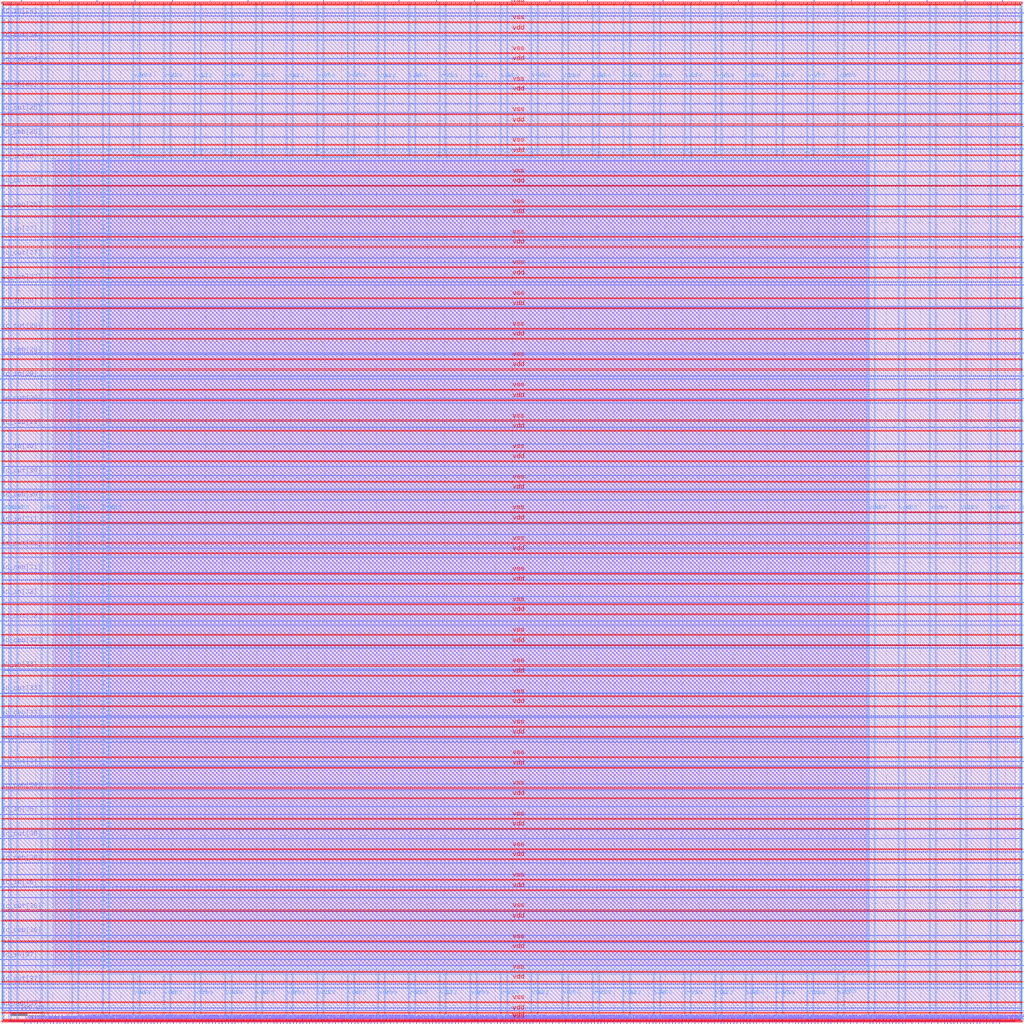
<source format=lef>
VERSION 5.7 ;
  NOWIREEXTENSIONATPIN ON ;
  DIVIDERCHAR "/" ;
  BUSBITCHARS "[]" ;
MACRO user_project_wrapper
  CLASS BLOCK ;
  FOREIGN user_project_wrapper ;
  ORIGIN 0.000 0.000 ;
  SIZE 3000.000 BY 3000.000 ;
  PIN io_in[0]
    DIRECTION INPUT ;
    USE SIGNAL ;
    PORT
      LAYER Metal3 ;
        RECT 2997.600 33.320 3004.800 34.440 ;
    END
  END io_in[0]
  PIN io_in[10]
    DIRECTION INPUT ;
    USE SIGNAL ;
    PORT
      LAYER Metal3 ;
        RECT 2997.600 2032.520 3004.800 2033.640 ;
    END
  END io_in[10]
  PIN io_in[11]
    DIRECTION INPUT ;
    USE SIGNAL ;
    PORT
      LAYER Metal3 ;
        RECT 2997.600 2232.440 3004.800 2233.560 ;
    END
  END io_in[11]
  PIN io_in[12]
    DIRECTION INPUT ;
    USE SIGNAL ;
    PORT
      LAYER Metal3 ;
        RECT 2997.600 2432.360 3004.800 2433.480 ;
    END
  END io_in[12]
  PIN io_in[13]
    DIRECTION INPUT ;
    USE SIGNAL ;
    PORT
      LAYER Metal3 ;
        RECT 2997.600 2632.280 3004.800 2633.400 ;
    END
  END io_in[13]
  PIN io_in[14]
    DIRECTION INPUT ;
    USE SIGNAL ;
    PORT
      LAYER Metal3 ;
        RECT 2997.600 2832.200 3004.800 2833.320 ;
    END
  END io_in[14]
  PIN io_in[15]
    DIRECTION INPUT ;
    USE SIGNAL ;
    PORT
      LAYER Metal2 ;
        RECT 2940.840 2997.600 2941.960 3004.800 ;
    END
  END io_in[15]
  PIN io_in[16]
    DIRECTION INPUT ;
    USE SIGNAL ;
    PORT
      LAYER Metal2 ;
        RECT 2608.200 2997.600 2609.320 3004.800 ;
    END
  END io_in[16]
  PIN io_in[17]
    DIRECTION INPUT ;
    USE SIGNAL ;
    PORT
      LAYER Metal2 ;
        RECT 2275.560 2997.600 2276.680 3004.800 ;
    END
  END io_in[17]
  PIN io_in[18]
    DIRECTION INPUT ;
    USE SIGNAL ;
    PORT
      LAYER Metal2 ;
        RECT 1942.920 2997.600 1944.040 3004.800 ;
    END
  END io_in[18]
  PIN io_in[19]
    DIRECTION INPUT ;
    USE SIGNAL ;
    PORT
      LAYER Metal2 ;
        RECT 1610.280 2997.600 1611.400 3004.800 ;
    END
  END io_in[19]
  PIN io_in[1]
    DIRECTION INPUT ;
    USE SIGNAL ;
    PORT
      LAYER Metal3 ;
        RECT 2997.600 233.240 3004.800 234.360 ;
    END
  END io_in[1]
  PIN io_in[20]
    DIRECTION INPUT ;
    USE SIGNAL ;
    PORT
      LAYER Metal2 ;
        RECT 1277.640 2997.600 1278.760 3004.800 ;
    END
  END io_in[20]
  PIN io_in[21]
    DIRECTION INPUT ;
    USE SIGNAL ;
    PORT
      LAYER Metal2 ;
        RECT 945.000 2997.600 946.120 3004.800 ;
    END
  END io_in[21]
  PIN io_in[22]
    DIRECTION INPUT ;
    USE SIGNAL ;
    PORT
      LAYER Metal2 ;
        RECT 612.360 2997.600 613.480 3004.800 ;
    END
  END io_in[22]
  PIN io_in[23]
    DIRECTION INPUT ;
    USE SIGNAL ;
    PORT
      LAYER Metal2 ;
        RECT 279.720 2997.600 280.840 3004.800 ;
    END
  END io_in[23]
  PIN io_in[24]
    DIRECTION INPUT ;
    USE SIGNAL ;
    PORT
      LAYER Metal3 ;
        RECT -4.800 2957.080 2.400 2958.200 ;
    END
  END io_in[24]
  PIN io_in[25]
    DIRECTION INPUT ;
    USE SIGNAL ;
    PORT
      LAYER Metal3 ;
        RECT -4.800 2743.720 2.400 2744.840 ;
    END
  END io_in[25]
  PIN io_in[26]
    DIRECTION INPUT ;
    USE SIGNAL ;
    PORT
      LAYER Metal3 ;
        RECT -4.800 2530.360 2.400 2531.480 ;
    END
  END io_in[26]
  PIN io_in[27]
    DIRECTION INPUT ;
    USE SIGNAL ;
    PORT
      LAYER Metal3 ;
        RECT -4.800 2317.000 2.400 2318.120 ;
    END
  END io_in[27]
  PIN io_in[28]
    DIRECTION INPUT ;
    USE SIGNAL ;
    PORT
      LAYER Metal3 ;
        RECT -4.800 2103.640 2.400 2104.760 ;
    END
  END io_in[28]
  PIN io_in[29]
    DIRECTION INPUT ;
    USE SIGNAL ;
    PORT
      LAYER Metal3 ;
        RECT -4.800 1890.280 2.400 1891.400 ;
    END
  END io_in[29]
  PIN io_in[2]
    DIRECTION INPUT ;
    USE SIGNAL ;
    PORT
      LAYER Metal3 ;
        RECT 2997.600 433.160 3004.800 434.280 ;
    END
  END io_in[2]
  PIN io_in[30]
    DIRECTION INPUT ;
    USE SIGNAL ;
    PORT
      LAYER Metal3 ;
        RECT -4.800 1676.920 2.400 1678.040 ;
    END
  END io_in[30]
  PIN io_in[31]
    DIRECTION INPUT ;
    USE SIGNAL ;
    PORT
      LAYER Metal3 ;
        RECT -4.800 1463.560 2.400 1464.680 ;
    END
  END io_in[31]
  PIN io_in[32]
    DIRECTION INPUT ;
    USE SIGNAL ;
    PORT
      LAYER Metal3 ;
        RECT -4.800 1250.200 2.400 1251.320 ;
    END
  END io_in[32]
  PIN io_in[33]
    DIRECTION INPUT ;
    USE SIGNAL ;
    PORT
      LAYER Metal3 ;
        RECT -4.800 1036.840 2.400 1037.960 ;
    END
  END io_in[33]
  PIN io_in[34]
    DIRECTION INPUT ;
    USE SIGNAL ;
    PORT
      LAYER Metal3 ;
        RECT -4.800 823.480 2.400 824.600 ;
    END
  END io_in[34]
  PIN io_in[35]
    DIRECTION INPUT ;
    USE SIGNAL ;
    PORT
      LAYER Metal3 ;
        RECT -4.800 610.120 2.400 611.240 ;
    END
  END io_in[35]
  PIN io_in[36]
    DIRECTION INPUT ;
    USE SIGNAL ;
    PORT
      LAYER Metal3 ;
        RECT -4.800 396.760 2.400 397.880 ;
    END
  END io_in[36]
  PIN io_in[37]
    DIRECTION INPUT ;
    USE SIGNAL ;
    PORT
      LAYER Metal3 ;
        RECT -4.800 183.400 2.400 184.520 ;
    END
  END io_in[37]
  PIN io_in[3]
    DIRECTION INPUT ;
    USE SIGNAL ;
    PORT
      LAYER Metal3 ;
        RECT 2997.600 633.080 3004.800 634.200 ;
    END
  END io_in[3]
  PIN io_in[4]
    DIRECTION INPUT ;
    USE SIGNAL ;
    PORT
      LAYER Metal3 ;
        RECT 2997.600 833.000 3004.800 834.120 ;
    END
  END io_in[4]
  PIN io_in[5]
    DIRECTION INPUT ;
    USE SIGNAL ;
    PORT
      LAYER Metal3 ;
        RECT 2997.600 1032.920 3004.800 1034.040 ;
    END
  END io_in[5]
  PIN io_in[6]
    DIRECTION INPUT ;
    USE SIGNAL ;
    PORT
      LAYER Metal3 ;
        RECT 2997.600 1232.840 3004.800 1233.960 ;
    END
  END io_in[6]
  PIN io_in[7]
    DIRECTION INPUT ;
    USE SIGNAL ;
    PORT
      LAYER Metal3 ;
        RECT 2997.600 1432.760 3004.800 1433.880 ;
    END
  END io_in[7]
  PIN io_in[8]
    DIRECTION INPUT ;
    USE SIGNAL ;
    PORT
      LAYER Metal3 ;
        RECT 2997.600 1632.680 3004.800 1633.800 ;
    END
  END io_in[8]
  PIN io_in[9]
    DIRECTION INPUT ;
    USE SIGNAL ;
    PORT
      LAYER Metal3 ;
        RECT 2997.600 1832.600 3004.800 1833.720 ;
    END
  END io_in[9]
  PIN io_oeb[0]
    DIRECTION OUTPUT TRISTATE ;
    USE SIGNAL ;
    PORT
      LAYER Metal3 ;
        RECT 2997.600 166.600 3004.800 167.720 ;
    END
  END io_oeb[0]
  PIN io_oeb[10]
    DIRECTION OUTPUT TRISTATE ;
    USE SIGNAL ;
    PORT
      LAYER Metal3 ;
        RECT 2997.600 2165.800 3004.800 2166.920 ;
    END
  END io_oeb[10]
  PIN io_oeb[11]
    DIRECTION OUTPUT TRISTATE ;
    USE SIGNAL ;
    PORT
      LAYER Metal3 ;
        RECT 2997.600 2365.720 3004.800 2366.840 ;
    END
  END io_oeb[11]
  PIN io_oeb[12]
    DIRECTION OUTPUT TRISTATE ;
    USE SIGNAL ;
    PORT
      LAYER Metal3 ;
        RECT 2997.600 2565.640 3004.800 2566.760 ;
    END
  END io_oeb[12]
  PIN io_oeb[13]
    DIRECTION OUTPUT TRISTATE ;
    USE SIGNAL ;
    PORT
      LAYER Metal3 ;
        RECT 2997.600 2765.560 3004.800 2766.680 ;
    END
  END io_oeb[13]
  PIN io_oeb[14]
    DIRECTION OUTPUT TRISTATE ;
    USE SIGNAL ;
    PORT
      LAYER Metal3 ;
        RECT 2997.600 2965.480 3004.800 2966.600 ;
    END
  END io_oeb[14]
  PIN io_oeb[15]
    DIRECTION OUTPUT TRISTATE ;
    USE SIGNAL ;
    PORT
      LAYER Metal2 ;
        RECT 2719.080 2997.600 2720.200 3004.800 ;
    END
  END io_oeb[15]
  PIN io_oeb[16]
    DIRECTION OUTPUT TRISTATE ;
    USE SIGNAL ;
    PORT
      LAYER Metal2 ;
        RECT 2386.440 2997.600 2387.560 3004.800 ;
    END
  END io_oeb[16]
  PIN io_oeb[17]
    DIRECTION OUTPUT TRISTATE ;
    USE SIGNAL ;
    PORT
      LAYER Metal2 ;
        RECT 2053.800 2997.600 2054.920 3004.800 ;
    END
  END io_oeb[17]
  PIN io_oeb[18]
    DIRECTION OUTPUT TRISTATE ;
    USE SIGNAL ;
    PORT
      LAYER Metal2 ;
        RECT 1721.160 2997.600 1722.280 3004.800 ;
    END
  END io_oeb[18]
  PIN io_oeb[19]
    DIRECTION OUTPUT TRISTATE ;
    USE SIGNAL ;
    PORT
      LAYER Metal2 ;
        RECT 1388.520 2997.600 1389.640 3004.800 ;
    END
  END io_oeb[19]
  PIN io_oeb[1]
    DIRECTION OUTPUT TRISTATE ;
    USE SIGNAL ;
    PORT
      LAYER Metal3 ;
        RECT 2997.600 366.520 3004.800 367.640 ;
    END
  END io_oeb[1]
  PIN io_oeb[20]
    DIRECTION OUTPUT TRISTATE ;
    USE SIGNAL ;
    PORT
      LAYER Metal2 ;
        RECT 1055.880 2997.600 1057.000 3004.800 ;
    END
  END io_oeb[20]
  PIN io_oeb[21]
    DIRECTION OUTPUT TRISTATE ;
    USE SIGNAL ;
    PORT
      LAYER Metal2 ;
        RECT 723.240 2997.600 724.360 3004.800 ;
    END
  END io_oeb[21]
  PIN io_oeb[22]
    DIRECTION OUTPUT TRISTATE ;
    USE SIGNAL ;
    PORT
      LAYER Metal2 ;
        RECT 390.600 2997.600 391.720 3004.800 ;
    END
  END io_oeb[22]
  PIN io_oeb[23]
    DIRECTION OUTPUT TRISTATE ;
    USE SIGNAL ;
    PORT
      LAYER Metal2 ;
        RECT 57.960 2997.600 59.080 3004.800 ;
    END
  END io_oeb[23]
  PIN io_oeb[24]
    DIRECTION OUTPUT TRISTATE ;
    USE SIGNAL ;
    PORT
      LAYER Metal3 ;
        RECT -4.800 2814.840 2.400 2815.960 ;
    END
  END io_oeb[24]
  PIN io_oeb[25]
    DIRECTION OUTPUT TRISTATE ;
    USE SIGNAL ;
    PORT
      LAYER Metal3 ;
        RECT -4.800 2601.480 2.400 2602.600 ;
    END
  END io_oeb[25]
  PIN io_oeb[26]
    DIRECTION OUTPUT TRISTATE ;
    USE SIGNAL ;
    PORT
      LAYER Metal3 ;
        RECT -4.800 2388.120 2.400 2389.240 ;
    END
  END io_oeb[26]
  PIN io_oeb[27]
    DIRECTION OUTPUT TRISTATE ;
    USE SIGNAL ;
    PORT
      LAYER Metal3 ;
        RECT -4.800 2174.760 2.400 2175.880 ;
    END
  END io_oeb[27]
  PIN io_oeb[28]
    DIRECTION OUTPUT TRISTATE ;
    USE SIGNAL ;
    PORT
      LAYER Metal3 ;
        RECT -4.800 1961.400 2.400 1962.520 ;
    END
  END io_oeb[28]
  PIN io_oeb[29]
    DIRECTION OUTPUT TRISTATE ;
    USE SIGNAL ;
    PORT
      LAYER Metal3 ;
        RECT -4.800 1748.040 2.400 1749.160 ;
    END
  END io_oeb[29]
  PIN io_oeb[2]
    DIRECTION OUTPUT TRISTATE ;
    USE SIGNAL ;
    PORT
      LAYER Metal3 ;
        RECT 2997.600 566.440 3004.800 567.560 ;
    END
  END io_oeb[2]
  PIN io_oeb[30]
    DIRECTION OUTPUT TRISTATE ;
    USE SIGNAL ;
    PORT
      LAYER Metal3 ;
        RECT -4.800 1534.680 2.400 1535.800 ;
    END
  END io_oeb[30]
  PIN io_oeb[31]
    DIRECTION OUTPUT TRISTATE ;
    USE SIGNAL ;
    PORT
      LAYER Metal3 ;
        RECT -4.800 1321.320 2.400 1322.440 ;
    END
  END io_oeb[31]
  PIN io_oeb[32]
    DIRECTION OUTPUT TRISTATE ;
    USE SIGNAL ;
    PORT
      LAYER Metal3 ;
        RECT -4.800 1107.960 2.400 1109.080 ;
    END
  END io_oeb[32]
  PIN io_oeb[33]
    DIRECTION OUTPUT TRISTATE ;
    USE SIGNAL ;
    PORT
      LAYER Metal3 ;
        RECT -4.800 894.600 2.400 895.720 ;
    END
  END io_oeb[33]
  PIN io_oeb[34]
    DIRECTION OUTPUT TRISTATE ;
    USE SIGNAL ;
    PORT
      LAYER Metal3 ;
        RECT -4.800 681.240 2.400 682.360 ;
    END
  END io_oeb[34]
  PIN io_oeb[35]
    DIRECTION OUTPUT TRISTATE ;
    USE SIGNAL ;
    PORT
      LAYER Metal3 ;
        RECT -4.800 467.880 2.400 469.000 ;
    END
  END io_oeb[35]
  PIN io_oeb[36]
    DIRECTION OUTPUT TRISTATE ;
    USE SIGNAL ;
    PORT
      LAYER Metal3 ;
        RECT -4.800 254.520 2.400 255.640 ;
    END
  END io_oeb[36]
  PIN io_oeb[37]
    DIRECTION OUTPUT TRISTATE ;
    USE SIGNAL ;
    PORT
      LAYER Metal3 ;
        RECT -4.800 41.160 2.400 42.280 ;
    END
  END io_oeb[37]
  PIN io_oeb[3]
    DIRECTION OUTPUT TRISTATE ;
    USE SIGNAL ;
    PORT
      LAYER Metal3 ;
        RECT 2997.600 766.360 3004.800 767.480 ;
    END
  END io_oeb[3]
  PIN io_oeb[4]
    DIRECTION OUTPUT TRISTATE ;
    USE SIGNAL ;
    PORT
      LAYER Metal3 ;
        RECT 2997.600 966.280 3004.800 967.400 ;
    END
  END io_oeb[4]
  PIN io_oeb[5]
    DIRECTION OUTPUT TRISTATE ;
    USE SIGNAL ;
    PORT
      LAYER Metal3 ;
        RECT 2997.600 1166.200 3004.800 1167.320 ;
    END
  END io_oeb[5]
  PIN io_oeb[6]
    DIRECTION OUTPUT TRISTATE ;
    USE SIGNAL ;
    PORT
      LAYER Metal3 ;
        RECT 2997.600 1366.120 3004.800 1367.240 ;
    END
  END io_oeb[6]
  PIN io_oeb[7]
    DIRECTION OUTPUT TRISTATE ;
    USE SIGNAL ;
    PORT
      LAYER Metal3 ;
        RECT 2997.600 1566.040 3004.800 1567.160 ;
    END
  END io_oeb[7]
  PIN io_oeb[8]
    DIRECTION OUTPUT TRISTATE ;
    USE SIGNAL ;
    PORT
      LAYER Metal3 ;
        RECT 2997.600 1765.960 3004.800 1767.080 ;
    END
  END io_oeb[8]
  PIN io_oeb[9]
    DIRECTION OUTPUT TRISTATE ;
    USE SIGNAL ;
    PORT
      LAYER Metal3 ;
        RECT 2997.600 1965.880 3004.800 1967.000 ;
    END
  END io_oeb[9]
  PIN io_out[0]
    DIRECTION OUTPUT TRISTATE ;
    USE SIGNAL ;
    PORT
      LAYER Metal3 ;
        RECT 2997.600 99.960 3004.800 101.080 ;
    END
  END io_out[0]
  PIN io_out[10]
    DIRECTION OUTPUT TRISTATE ;
    USE SIGNAL ;
    PORT
      LAYER Metal3 ;
        RECT 2997.600 2099.160 3004.800 2100.280 ;
    END
  END io_out[10]
  PIN io_out[11]
    DIRECTION OUTPUT TRISTATE ;
    USE SIGNAL ;
    PORT
      LAYER Metal3 ;
        RECT 2997.600 2299.080 3004.800 2300.200 ;
    END
  END io_out[11]
  PIN io_out[12]
    DIRECTION OUTPUT TRISTATE ;
    USE SIGNAL ;
    PORT
      LAYER Metal3 ;
        RECT 2997.600 2499.000 3004.800 2500.120 ;
    END
  END io_out[12]
  PIN io_out[13]
    DIRECTION OUTPUT TRISTATE ;
    USE SIGNAL ;
    PORT
      LAYER Metal3 ;
        RECT 2997.600 2698.920 3004.800 2700.040 ;
    END
  END io_out[13]
  PIN io_out[14]
    DIRECTION OUTPUT TRISTATE ;
    USE SIGNAL ;
    PORT
      LAYER Metal3 ;
        RECT 2997.600 2898.840 3004.800 2899.960 ;
    END
  END io_out[14]
  PIN io_out[15]
    DIRECTION OUTPUT TRISTATE ;
    USE SIGNAL ;
    PORT
      LAYER Metal2 ;
        RECT 2829.960 2997.600 2831.080 3004.800 ;
    END
  END io_out[15]
  PIN io_out[16]
    DIRECTION OUTPUT TRISTATE ;
    USE SIGNAL ;
    PORT
      LAYER Metal2 ;
        RECT 2497.320 2997.600 2498.440 3004.800 ;
    END
  END io_out[16]
  PIN io_out[17]
    DIRECTION OUTPUT TRISTATE ;
    USE SIGNAL ;
    PORT
      LAYER Metal2 ;
        RECT 2164.680 2997.600 2165.800 3004.800 ;
    END
  END io_out[17]
  PIN io_out[18]
    DIRECTION OUTPUT TRISTATE ;
    USE SIGNAL ;
    PORT
      LAYER Metal2 ;
        RECT 1832.040 2997.600 1833.160 3004.800 ;
    END
  END io_out[18]
  PIN io_out[19]
    DIRECTION OUTPUT TRISTATE ;
    USE SIGNAL ;
    PORT
      LAYER Metal2 ;
        RECT 1499.400 2997.600 1500.520 3004.800 ;
    END
  END io_out[19]
  PIN io_out[1]
    DIRECTION OUTPUT TRISTATE ;
    USE SIGNAL ;
    PORT
      LAYER Metal3 ;
        RECT 2997.600 299.880 3004.800 301.000 ;
    END
  END io_out[1]
  PIN io_out[20]
    DIRECTION OUTPUT TRISTATE ;
    USE SIGNAL ;
    PORT
      LAYER Metal2 ;
        RECT 1166.760 2997.600 1167.880 3004.800 ;
    END
  END io_out[20]
  PIN io_out[21]
    DIRECTION OUTPUT TRISTATE ;
    USE SIGNAL ;
    PORT
      LAYER Metal2 ;
        RECT 834.120 2997.600 835.240 3004.800 ;
    END
  END io_out[21]
  PIN io_out[22]
    DIRECTION OUTPUT TRISTATE ;
    USE SIGNAL ;
    PORT
      LAYER Metal2 ;
        RECT 501.480 2997.600 502.600 3004.800 ;
    END
  END io_out[22]
  PIN io_out[23]
    DIRECTION OUTPUT TRISTATE ;
    USE SIGNAL ;
    PORT
      LAYER Metal2 ;
        RECT 168.840 2997.600 169.960 3004.800 ;
    END
  END io_out[23]
  PIN io_out[24]
    DIRECTION OUTPUT TRISTATE ;
    USE SIGNAL ;
    PORT
      LAYER Metal3 ;
        RECT -4.800 2885.960 2.400 2887.080 ;
    END
  END io_out[24]
  PIN io_out[25]
    DIRECTION OUTPUT TRISTATE ;
    USE SIGNAL ;
    PORT
      LAYER Metal3 ;
        RECT -4.800 2672.600 2.400 2673.720 ;
    END
  END io_out[25]
  PIN io_out[26]
    DIRECTION OUTPUT TRISTATE ;
    USE SIGNAL ;
    PORT
      LAYER Metal3 ;
        RECT -4.800 2459.240 2.400 2460.360 ;
    END
  END io_out[26]
  PIN io_out[27]
    DIRECTION OUTPUT TRISTATE ;
    USE SIGNAL ;
    PORT
      LAYER Metal3 ;
        RECT -4.800 2245.880 2.400 2247.000 ;
    END
  END io_out[27]
  PIN io_out[28]
    DIRECTION OUTPUT TRISTATE ;
    USE SIGNAL ;
    PORT
      LAYER Metal3 ;
        RECT -4.800 2032.520 2.400 2033.640 ;
    END
  END io_out[28]
  PIN io_out[29]
    DIRECTION OUTPUT TRISTATE ;
    USE SIGNAL ;
    PORT
      LAYER Metal3 ;
        RECT -4.800 1819.160 2.400 1820.280 ;
    END
  END io_out[29]
  PIN io_out[2]
    DIRECTION OUTPUT TRISTATE ;
    USE SIGNAL ;
    PORT
      LAYER Metal3 ;
        RECT 2997.600 499.800 3004.800 500.920 ;
    END
  END io_out[2]
  PIN io_out[30]
    DIRECTION OUTPUT TRISTATE ;
    USE SIGNAL ;
    PORT
      LAYER Metal3 ;
        RECT -4.800 1605.800 2.400 1606.920 ;
    END
  END io_out[30]
  PIN io_out[31]
    DIRECTION OUTPUT TRISTATE ;
    USE SIGNAL ;
    PORT
      LAYER Metal3 ;
        RECT -4.800 1392.440 2.400 1393.560 ;
    END
  END io_out[31]
  PIN io_out[32]
    DIRECTION OUTPUT TRISTATE ;
    USE SIGNAL ;
    PORT
      LAYER Metal3 ;
        RECT -4.800 1179.080 2.400 1180.200 ;
    END
  END io_out[32]
  PIN io_out[33]
    DIRECTION OUTPUT TRISTATE ;
    USE SIGNAL ;
    PORT
      LAYER Metal3 ;
        RECT -4.800 965.720 2.400 966.840 ;
    END
  END io_out[33]
  PIN io_out[34]
    DIRECTION OUTPUT TRISTATE ;
    USE SIGNAL ;
    PORT
      LAYER Metal3 ;
        RECT -4.800 752.360 2.400 753.480 ;
    END
  END io_out[34]
  PIN io_out[35]
    DIRECTION OUTPUT TRISTATE ;
    USE SIGNAL ;
    PORT
      LAYER Metal3 ;
        RECT -4.800 539.000 2.400 540.120 ;
    END
  END io_out[35]
  PIN io_out[36]
    DIRECTION OUTPUT TRISTATE ;
    USE SIGNAL ;
    PORT
      LAYER Metal3 ;
        RECT -4.800 325.640 2.400 326.760 ;
    END
  END io_out[36]
  PIN io_out[37]
    DIRECTION OUTPUT TRISTATE ;
    USE SIGNAL ;
    PORT
      LAYER Metal3 ;
        RECT -4.800 112.280 2.400 113.400 ;
    END
  END io_out[37]
  PIN io_out[3]
    DIRECTION OUTPUT TRISTATE ;
    USE SIGNAL ;
    PORT
      LAYER Metal3 ;
        RECT 2997.600 699.720 3004.800 700.840 ;
    END
  END io_out[3]
  PIN io_out[4]
    DIRECTION OUTPUT TRISTATE ;
    USE SIGNAL ;
    PORT
      LAYER Metal3 ;
        RECT 2997.600 899.640 3004.800 900.760 ;
    END
  END io_out[4]
  PIN io_out[5]
    DIRECTION OUTPUT TRISTATE ;
    USE SIGNAL ;
    PORT
      LAYER Metal3 ;
        RECT 2997.600 1099.560 3004.800 1100.680 ;
    END
  END io_out[5]
  PIN io_out[6]
    DIRECTION OUTPUT TRISTATE ;
    USE SIGNAL ;
    PORT
      LAYER Metal3 ;
        RECT 2997.600 1299.480 3004.800 1300.600 ;
    END
  END io_out[6]
  PIN io_out[7]
    DIRECTION OUTPUT TRISTATE ;
    USE SIGNAL ;
    PORT
      LAYER Metal3 ;
        RECT 2997.600 1499.400 3004.800 1500.520 ;
    END
  END io_out[7]
  PIN io_out[8]
    DIRECTION OUTPUT TRISTATE ;
    USE SIGNAL ;
    PORT
      LAYER Metal3 ;
        RECT 2997.600 1699.320 3004.800 1700.440 ;
    END
  END io_out[8]
  PIN io_out[9]
    DIRECTION OUTPUT TRISTATE ;
    USE SIGNAL ;
    PORT
      LAYER Metal3 ;
        RECT 2997.600 1899.240 3004.800 1900.360 ;
    END
  END io_out[9]
  PIN la_data_in[0]
    DIRECTION INPUT ;
    USE SIGNAL ;
    PORT
      LAYER Metal2 ;
        RECT 1075.480 -4.800 1076.600 2.400 ;
    END
  END la_data_in[0]
  PIN la_data_in[10]
    DIRECTION INPUT ;
    USE SIGNAL ;
    PORT
      LAYER Metal2 ;
        RECT 1361.080 -4.800 1362.200 2.400 ;
    END
  END la_data_in[10]
  PIN la_data_in[11]
    DIRECTION INPUT ;
    USE SIGNAL ;
    PORT
      LAYER Metal2 ;
        RECT 1389.640 -4.800 1390.760 2.400 ;
    END
  END la_data_in[11]
  PIN la_data_in[12]
    DIRECTION INPUT ;
    USE SIGNAL ;
    PORT
      LAYER Metal2 ;
        RECT 1418.200 -4.800 1419.320 2.400 ;
    END
  END la_data_in[12]
  PIN la_data_in[13]
    DIRECTION INPUT ;
    USE SIGNAL ;
    PORT
      LAYER Metal2 ;
        RECT 1446.760 -4.800 1447.880 2.400 ;
    END
  END la_data_in[13]
  PIN la_data_in[14]
    DIRECTION INPUT ;
    USE SIGNAL ;
    PORT
      LAYER Metal2 ;
        RECT 1475.320 -4.800 1476.440 2.400 ;
    END
  END la_data_in[14]
  PIN la_data_in[15]
    DIRECTION INPUT ;
    USE SIGNAL ;
    PORT
      LAYER Metal2 ;
        RECT 1503.880 -4.800 1505.000 2.400 ;
    END
  END la_data_in[15]
  PIN la_data_in[16]
    DIRECTION INPUT ;
    USE SIGNAL ;
    PORT
      LAYER Metal2 ;
        RECT 1532.440 -4.800 1533.560 2.400 ;
    END
  END la_data_in[16]
  PIN la_data_in[17]
    DIRECTION INPUT ;
    USE SIGNAL ;
    PORT
      LAYER Metal2 ;
        RECT 1561.000 -4.800 1562.120 2.400 ;
    END
  END la_data_in[17]
  PIN la_data_in[18]
    DIRECTION INPUT ;
    USE SIGNAL ;
    PORT
      LAYER Metal2 ;
        RECT 1589.560 -4.800 1590.680 2.400 ;
    END
  END la_data_in[18]
  PIN la_data_in[19]
    DIRECTION INPUT ;
    USE SIGNAL ;
    PORT
      LAYER Metal2 ;
        RECT 1618.120 -4.800 1619.240 2.400 ;
    END
  END la_data_in[19]
  PIN la_data_in[1]
    DIRECTION INPUT ;
    USE SIGNAL ;
    PORT
      LAYER Metal2 ;
        RECT 1104.040 -4.800 1105.160 2.400 ;
    END
  END la_data_in[1]
  PIN la_data_in[20]
    DIRECTION INPUT ;
    USE SIGNAL ;
    PORT
      LAYER Metal2 ;
        RECT 1646.680 -4.800 1647.800 2.400 ;
    END
  END la_data_in[20]
  PIN la_data_in[21]
    DIRECTION INPUT ;
    USE SIGNAL ;
    PORT
      LAYER Metal2 ;
        RECT 1675.240 -4.800 1676.360 2.400 ;
    END
  END la_data_in[21]
  PIN la_data_in[22]
    DIRECTION INPUT ;
    USE SIGNAL ;
    PORT
      LAYER Metal2 ;
        RECT 1703.800 -4.800 1704.920 2.400 ;
    END
  END la_data_in[22]
  PIN la_data_in[23]
    DIRECTION INPUT ;
    USE SIGNAL ;
    PORT
      LAYER Metal2 ;
        RECT 1732.360 -4.800 1733.480 2.400 ;
    END
  END la_data_in[23]
  PIN la_data_in[24]
    DIRECTION INPUT ;
    USE SIGNAL ;
    PORT
      LAYER Metal2 ;
        RECT 1760.920 -4.800 1762.040 2.400 ;
    END
  END la_data_in[24]
  PIN la_data_in[25]
    DIRECTION INPUT ;
    USE SIGNAL ;
    PORT
      LAYER Metal2 ;
        RECT 1789.480 -4.800 1790.600 2.400 ;
    END
  END la_data_in[25]
  PIN la_data_in[26]
    DIRECTION INPUT ;
    USE SIGNAL ;
    PORT
      LAYER Metal2 ;
        RECT 1818.040 -4.800 1819.160 2.400 ;
    END
  END la_data_in[26]
  PIN la_data_in[27]
    DIRECTION INPUT ;
    USE SIGNAL ;
    PORT
      LAYER Metal2 ;
        RECT 1846.600 -4.800 1847.720 2.400 ;
    END
  END la_data_in[27]
  PIN la_data_in[28]
    DIRECTION INPUT ;
    USE SIGNAL ;
    PORT
      LAYER Metal2 ;
        RECT 1875.160 -4.800 1876.280 2.400 ;
    END
  END la_data_in[28]
  PIN la_data_in[29]
    DIRECTION INPUT ;
    USE SIGNAL ;
    PORT
      LAYER Metal2 ;
        RECT 1903.720 -4.800 1904.840 2.400 ;
    END
  END la_data_in[29]
  PIN la_data_in[2]
    DIRECTION INPUT ;
    USE SIGNAL ;
    PORT
      LAYER Metal2 ;
        RECT 1132.600 -4.800 1133.720 2.400 ;
    END
  END la_data_in[2]
  PIN la_data_in[30]
    DIRECTION INPUT ;
    USE SIGNAL ;
    PORT
      LAYER Metal2 ;
        RECT 1932.280 -4.800 1933.400 2.400 ;
    END
  END la_data_in[30]
  PIN la_data_in[31]
    DIRECTION INPUT ;
    USE SIGNAL ;
    PORT
      LAYER Metal2 ;
        RECT 1960.840 -4.800 1961.960 2.400 ;
    END
  END la_data_in[31]
  PIN la_data_in[32]
    DIRECTION INPUT ;
    USE SIGNAL ;
    PORT
      LAYER Metal2 ;
        RECT 1989.400 -4.800 1990.520 2.400 ;
    END
  END la_data_in[32]
  PIN la_data_in[33]
    DIRECTION INPUT ;
    USE SIGNAL ;
    PORT
      LAYER Metal2 ;
        RECT 2017.960 -4.800 2019.080 2.400 ;
    END
  END la_data_in[33]
  PIN la_data_in[34]
    DIRECTION INPUT ;
    USE SIGNAL ;
    PORT
      LAYER Metal2 ;
        RECT 2046.520 -4.800 2047.640 2.400 ;
    END
  END la_data_in[34]
  PIN la_data_in[35]
    DIRECTION INPUT ;
    USE SIGNAL ;
    PORT
      LAYER Metal2 ;
        RECT 2075.080 -4.800 2076.200 2.400 ;
    END
  END la_data_in[35]
  PIN la_data_in[36]
    DIRECTION INPUT ;
    USE SIGNAL ;
    PORT
      LAYER Metal2 ;
        RECT 2103.640 -4.800 2104.760 2.400 ;
    END
  END la_data_in[36]
  PIN la_data_in[37]
    DIRECTION INPUT ;
    USE SIGNAL ;
    PORT
      LAYER Metal2 ;
        RECT 2132.200 -4.800 2133.320 2.400 ;
    END
  END la_data_in[37]
  PIN la_data_in[38]
    DIRECTION INPUT ;
    USE SIGNAL ;
    PORT
      LAYER Metal2 ;
        RECT 2160.760 -4.800 2161.880 2.400 ;
    END
  END la_data_in[38]
  PIN la_data_in[39]
    DIRECTION INPUT ;
    USE SIGNAL ;
    PORT
      LAYER Metal2 ;
        RECT 2189.320 -4.800 2190.440 2.400 ;
    END
  END la_data_in[39]
  PIN la_data_in[3]
    DIRECTION INPUT ;
    USE SIGNAL ;
    PORT
      LAYER Metal2 ;
        RECT 1161.160 -4.800 1162.280 2.400 ;
    END
  END la_data_in[3]
  PIN la_data_in[40]
    DIRECTION INPUT ;
    USE SIGNAL ;
    PORT
      LAYER Metal2 ;
        RECT 2217.880 -4.800 2219.000 2.400 ;
    END
  END la_data_in[40]
  PIN la_data_in[41]
    DIRECTION INPUT ;
    USE SIGNAL ;
    PORT
      LAYER Metal2 ;
        RECT 2246.440 -4.800 2247.560 2.400 ;
    END
  END la_data_in[41]
  PIN la_data_in[42]
    DIRECTION INPUT ;
    USE SIGNAL ;
    PORT
      LAYER Metal2 ;
        RECT 2275.000 -4.800 2276.120 2.400 ;
    END
  END la_data_in[42]
  PIN la_data_in[43]
    DIRECTION INPUT ;
    USE SIGNAL ;
    PORT
      LAYER Metal2 ;
        RECT 2303.560 -4.800 2304.680 2.400 ;
    END
  END la_data_in[43]
  PIN la_data_in[44]
    DIRECTION INPUT ;
    USE SIGNAL ;
    PORT
      LAYER Metal2 ;
        RECT 2332.120 -4.800 2333.240 2.400 ;
    END
  END la_data_in[44]
  PIN la_data_in[45]
    DIRECTION INPUT ;
    USE SIGNAL ;
    PORT
      LAYER Metal2 ;
        RECT 2360.680 -4.800 2361.800 2.400 ;
    END
  END la_data_in[45]
  PIN la_data_in[46]
    DIRECTION INPUT ;
    USE SIGNAL ;
    PORT
      LAYER Metal2 ;
        RECT 2389.240 -4.800 2390.360 2.400 ;
    END
  END la_data_in[46]
  PIN la_data_in[47]
    DIRECTION INPUT ;
    USE SIGNAL ;
    PORT
      LAYER Metal2 ;
        RECT 2417.800 -4.800 2418.920 2.400 ;
    END
  END la_data_in[47]
  PIN la_data_in[48]
    DIRECTION INPUT ;
    USE SIGNAL ;
    PORT
      LAYER Metal2 ;
        RECT 2446.360 -4.800 2447.480 2.400 ;
    END
  END la_data_in[48]
  PIN la_data_in[49]
    DIRECTION INPUT ;
    USE SIGNAL ;
    PORT
      LAYER Metal2 ;
        RECT 2474.920 -4.800 2476.040 2.400 ;
    END
  END la_data_in[49]
  PIN la_data_in[4]
    DIRECTION INPUT ;
    USE SIGNAL ;
    PORT
      LAYER Metal2 ;
        RECT 1189.720 -4.800 1190.840 2.400 ;
    END
  END la_data_in[4]
  PIN la_data_in[50]
    DIRECTION INPUT ;
    USE SIGNAL ;
    PORT
      LAYER Metal2 ;
        RECT 2503.480 -4.800 2504.600 2.400 ;
    END
  END la_data_in[50]
  PIN la_data_in[51]
    DIRECTION INPUT ;
    USE SIGNAL ;
    PORT
      LAYER Metal2 ;
        RECT 2532.040 -4.800 2533.160 2.400 ;
    END
  END la_data_in[51]
  PIN la_data_in[52]
    DIRECTION INPUT ;
    USE SIGNAL ;
    PORT
      LAYER Metal2 ;
        RECT 2560.600 -4.800 2561.720 2.400 ;
    END
  END la_data_in[52]
  PIN la_data_in[53]
    DIRECTION INPUT ;
    USE SIGNAL ;
    PORT
      LAYER Metal2 ;
        RECT 2589.160 -4.800 2590.280 2.400 ;
    END
  END la_data_in[53]
  PIN la_data_in[54]
    DIRECTION INPUT ;
    USE SIGNAL ;
    PORT
      LAYER Metal2 ;
        RECT 2617.720 -4.800 2618.840 2.400 ;
    END
  END la_data_in[54]
  PIN la_data_in[55]
    DIRECTION INPUT ;
    USE SIGNAL ;
    PORT
      LAYER Metal2 ;
        RECT 2646.280 -4.800 2647.400 2.400 ;
    END
  END la_data_in[55]
  PIN la_data_in[56]
    DIRECTION INPUT ;
    USE SIGNAL ;
    PORT
      LAYER Metal2 ;
        RECT 2674.840 -4.800 2675.960 2.400 ;
    END
  END la_data_in[56]
  PIN la_data_in[57]
    DIRECTION INPUT ;
    USE SIGNAL ;
    PORT
      LAYER Metal2 ;
        RECT 2703.400 -4.800 2704.520 2.400 ;
    END
  END la_data_in[57]
  PIN la_data_in[58]
    DIRECTION INPUT ;
    USE SIGNAL ;
    PORT
      LAYER Metal2 ;
        RECT 2731.960 -4.800 2733.080 2.400 ;
    END
  END la_data_in[58]
  PIN la_data_in[59]
    DIRECTION INPUT ;
    USE SIGNAL ;
    PORT
      LAYER Metal2 ;
        RECT 2760.520 -4.800 2761.640 2.400 ;
    END
  END la_data_in[59]
  PIN la_data_in[5]
    DIRECTION INPUT ;
    USE SIGNAL ;
    PORT
      LAYER Metal2 ;
        RECT 1218.280 -4.800 1219.400 2.400 ;
    END
  END la_data_in[5]
  PIN la_data_in[60]
    DIRECTION INPUT ;
    USE SIGNAL ;
    PORT
      LAYER Metal2 ;
        RECT 2789.080 -4.800 2790.200 2.400 ;
    END
  END la_data_in[60]
  PIN la_data_in[61]
    DIRECTION INPUT ;
    USE SIGNAL ;
    PORT
      LAYER Metal2 ;
        RECT 2817.640 -4.800 2818.760 2.400 ;
    END
  END la_data_in[61]
  PIN la_data_in[62]
    DIRECTION INPUT ;
    USE SIGNAL ;
    PORT
      LAYER Metal2 ;
        RECT 2846.200 -4.800 2847.320 2.400 ;
    END
  END la_data_in[62]
  PIN la_data_in[63]
    DIRECTION INPUT ;
    USE SIGNAL ;
    PORT
      LAYER Metal2 ;
        RECT 2874.760 -4.800 2875.880 2.400 ;
    END
  END la_data_in[63]
  PIN la_data_in[6]
    DIRECTION INPUT ;
    USE SIGNAL ;
    PORT
      LAYER Metal2 ;
        RECT 1246.840 -4.800 1247.960 2.400 ;
    END
  END la_data_in[6]
  PIN la_data_in[7]
    DIRECTION INPUT ;
    USE SIGNAL ;
    PORT
      LAYER Metal2 ;
        RECT 1275.400 -4.800 1276.520 2.400 ;
    END
  END la_data_in[7]
  PIN la_data_in[8]
    DIRECTION INPUT ;
    USE SIGNAL ;
    PORT
      LAYER Metal2 ;
        RECT 1303.960 -4.800 1305.080 2.400 ;
    END
  END la_data_in[8]
  PIN la_data_in[9]
    DIRECTION INPUT ;
    USE SIGNAL ;
    PORT
      LAYER Metal2 ;
        RECT 1332.520 -4.800 1333.640 2.400 ;
    END
  END la_data_in[9]
  PIN la_data_out[0]
    DIRECTION OUTPUT TRISTATE ;
    USE SIGNAL ;
    PORT
      LAYER Metal2 ;
        RECT 1085.000 -4.800 1086.120 2.400 ;
    END
  END la_data_out[0]
  PIN la_data_out[10]
    DIRECTION OUTPUT TRISTATE ;
    USE SIGNAL ;
    PORT
      LAYER Metal2 ;
        RECT 1370.600 -4.800 1371.720 2.400 ;
    END
  END la_data_out[10]
  PIN la_data_out[11]
    DIRECTION OUTPUT TRISTATE ;
    USE SIGNAL ;
    PORT
      LAYER Metal2 ;
        RECT 1399.160 -4.800 1400.280 2.400 ;
    END
  END la_data_out[11]
  PIN la_data_out[12]
    DIRECTION OUTPUT TRISTATE ;
    USE SIGNAL ;
    PORT
      LAYER Metal2 ;
        RECT 1427.720 -4.800 1428.840 2.400 ;
    END
  END la_data_out[12]
  PIN la_data_out[13]
    DIRECTION OUTPUT TRISTATE ;
    USE SIGNAL ;
    PORT
      LAYER Metal2 ;
        RECT 1456.280 -4.800 1457.400 2.400 ;
    END
  END la_data_out[13]
  PIN la_data_out[14]
    DIRECTION OUTPUT TRISTATE ;
    USE SIGNAL ;
    PORT
      LAYER Metal2 ;
        RECT 1484.840 -4.800 1485.960 2.400 ;
    END
  END la_data_out[14]
  PIN la_data_out[15]
    DIRECTION OUTPUT TRISTATE ;
    USE SIGNAL ;
    PORT
      LAYER Metal2 ;
        RECT 1513.400 -4.800 1514.520 2.400 ;
    END
  END la_data_out[15]
  PIN la_data_out[16]
    DIRECTION OUTPUT TRISTATE ;
    USE SIGNAL ;
    PORT
      LAYER Metal2 ;
        RECT 1541.960 -4.800 1543.080 2.400 ;
    END
  END la_data_out[16]
  PIN la_data_out[17]
    DIRECTION OUTPUT TRISTATE ;
    USE SIGNAL ;
    PORT
      LAYER Metal2 ;
        RECT 1570.520 -4.800 1571.640 2.400 ;
    END
  END la_data_out[17]
  PIN la_data_out[18]
    DIRECTION OUTPUT TRISTATE ;
    USE SIGNAL ;
    PORT
      LAYER Metal2 ;
        RECT 1599.080 -4.800 1600.200 2.400 ;
    END
  END la_data_out[18]
  PIN la_data_out[19]
    DIRECTION OUTPUT TRISTATE ;
    USE SIGNAL ;
    PORT
      LAYER Metal2 ;
        RECT 1627.640 -4.800 1628.760 2.400 ;
    END
  END la_data_out[19]
  PIN la_data_out[1]
    DIRECTION OUTPUT TRISTATE ;
    USE SIGNAL ;
    PORT
      LAYER Metal2 ;
        RECT 1113.560 -4.800 1114.680 2.400 ;
    END
  END la_data_out[1]
  PIN la_data_out[20]
    DIRECTION OUTPUT TRISTATE ;
    USE SIGNAL ;
    PORT
      LAYER Metal2 ;
        RECT 1656.200 -4.800 1657.320 2.400 ;
    END
  END la_data_out[20]
  PIN la_data_out[21]
    DIRECTION OUTPUT TRISTATE ;
    USE SIGNAL ;
    PORT
      LAYER Metal2 ;
        RECT 1684.760 -4.800 1685.880 2.400 ;
    END
  END la_data_out[21]
  PIN la_data_out[22]
    DIRECTION OUTPUT TRISTATE ;
    USE SIGNAL ;
    PORT
      LAYER Metal2 ;
        RECT 1713.320 -4.800 1714.440 2.400 ;
    END
  END la_data_out[22]
  PIN la_data_out[23]
    DIRECTION OUTPUT TRISTATE ;
    USE SIGNAL ;
    PORT
      LAYER Metal2 ;
        RECT 1741.880 -4.800 1743.000 2.400 ;
    END
  END la_data_out[23]
  PIN la_data_out[24]
    DIRECTION OUTPUT TRISTATE ;
    USE SIGNAL ;
    PORT
      LAYER Metal2 ;
        RECT 1770.440 -4.800 1771.560 2.400 ;
    END
  END la_data_out[24]
  PIN la_data_out[25]
    DIRECTION OUTPUT TRISTATE ;
    USE SIGNAL ;
    PORT
      LAYER Metal2 ;
        RECT 1799.000 -4.800 1800.120 2.400 ;
    END
  END la_data_out[25]
  PIN la_data_out[26]
    DIRECTION OUTPUT TRISTATE ;
    USE SIGNAL ;
    PORT
      LAYER Metal2 ;
        RECT 1827.560 -4.800 1828.680 2.400 ;
    END
  END la_data_out[26]
  PIN la_data_out[27]
    DIRECTION OUTPUT TRISTATE ;
    USE SIGNAL ;
    PORT
      LAYER Metal2 ;
        RECT 1856.120 -4.800 1857.240 2.400 ;
    END
  END la_data_out[27]
  PIN la_data_out[28]
    DIRECTION OUTPUT TRISTATE ;
    USE SIGNAL ;
    PORT
      LAYER Metal2 ;
        RECT 1884.680 -4.800 1885.800 2.400 ;
    END
  END la_data_out[28]
  PIN la_data_out[29]
    DIRECTION OUTPUT TRISTATE ;
    USE SIGNAL ;
    PORT
      LAYER Metal2 ;
        RECT 1913.240 -4.800 1914.360 2.400 ;
    END
  END la_data_out[29]
  PIN la_data_out[2]
    DIRECTION OUTPUT TRISTATE ;
    USE SIGNAL ;
    PORT
      LAYER Metal2 ;
        RECT 1142.120 -4.800 1143.240 2.400 ;
    END
  END la_data_out[2]
  PIN la_data_out[30]
    DIRECTION OUTPUT TRISTATE ;
    USE SIGNAL ;
    PORT
      LAYER Metal2 ;
        RECT 1941.800 -4.800 1942.920 2.400 ;
    END
  END la_data_out[30]
  PIN la_data_out[31]
    DIRECTION OUTPUT TRISTATE ;
    USE SIGNAL ;
    PORT
      LAYER Metal2 ;
        RECT 1970.360 -4.800 1971.480 2.400 ;
    END
  END la_data_out[31]
  PIN la_data_out[32]
    DIRECTION OUTPUT TRISTATE ;
    USE SIGNAL ;
    PORT
      LAYER Metal2 ;
        RECT 1998.920 -4.800 2000.040 2.400 ;
    END
  END la_data_out[32]
  PIN la_data_out[33]
    DIRECTION OUTPUT TRISTATE ;
    USE SIGNAL ;
    PORT
      LAYER Metal2 ;
        RECT 2027.480 -4.800 2028.600 2.400 ;
    END
  END la_data_out[33]
  PIN la_data_out[34]
    DIRECTION OUTPUT TRISTATE ;
    USE SIGNAL ;
    PORT
      LAYER Metal2 ;
        RECT 2056.040 -4.800 2057.160 2.400 ;
    END
  END la_data_out[34]
  PIN la_data_out[35]
    DIRECTION OUTPUT TRISTATE ;
    USE SIGNAL ;
    PORT
      LAYER Metal2 ;
        RECT 2084.600 -4.800 2085.720 2.400 ;
    END
  END la_data_out[35]
  PIN la_data_out[36]
    DIRECTION OUTPUT TRISTATE ;
    USE SIGNAL ;
    PORT
      LAYER Metal2 ;
        RECT 2113.160 -4.800 2114.280 2.400 ;
    END
  END la_data_out[36]
  PIN la_data_out[37]
    DIRECTION OUTPUT TRISTATE ;
    USE SIGNAL ;
    PORT
      LAYER Metal2 ;
        RECT 2141.720 -4.800 2142.840 2.400 ;
    END
  END la_data_out[37]
  PIN la_data_out[38]
    DIRECTION OUTPUT TRISTATE ;
    USE SIGNAL ;
    PORT
      LAYER Metal2 ;
        RECT 2170.280 -4.800 2171.400 2.400 ;
    END
  END la_data_out[38]
  PIN la_data_out[39]
    DIRECTION OUTPUT TRISTATE ;
    USE SIGNAL ;
    PORT
      LAYER Metal2 ;
        RECT 2198.840 -4.800 2199.960 2.400 ;
    END
  END la_data_out[39]
  PIN la_data_out[3]
    DIRECTION OUTPUT TRISTATE ;
    USE SIGNAL ;
    PORT
      LAYER Metal2 ;
        RECT 1170.680 -4.800 1171.800 2.400 ;
    END
  END la_data_out[3]
  PIN la_data_out[40]
    DIRECTION OUTPUT TRISTATE ;
    USE SIGNAL ;
    PORT
      LAYER Metal2 ;
        RECT 2227.400 -4.800 2228.520 2.400 ;
    END
  END la_data_out[40]
  PIN la_data_out[41]
    DIRECTION OUTPUT TRISTATE ;
    USE SIGNAL ;
    PORT
      LAYER Metal2 ;
        RECT 2255.960 -4.800 2257.080 2.400 ;
    END
  END la_data_out[41]
  PIN la_data_out[42]
    DIRECTION OUTPUT TRISTATE ;
    USE SIGNAL ;
    PORT
      LAYER Metal2 ;
        RECT 2284.520 -4.800 2285.640 2.400 ;
    END
  END la_data_out[42]
  PIN la_data_out[43]
    DIRECTION OUTPUT TRISTATE ;
    USE SIGNAL ;
    PORT
      LAYER Metal2 ;
        RECT 2313.080 -4.800 2314.200 2.400 ;
    END
  END la_data_out[43]
  PIN la_data_out[44]
    DIRECTION OUTPUT TRISTATE ;
    USE SIGNAL ;
    PORT
      LAYER Metal2 ;
        RECT 2341.640 -4.800 2342.760 2.400 ;
    END
  END la_data_out[44]
  PIN la_data_out[45]
    DIRECTION OUTPUT TRISTATE ;
    USE SIGNAL ;
    PORT
      LAYER Metal2 ;
        RECT 2370.200 -4.800 2371.320 2.400 ;
    END
  END la_data_out[45]
  PIN la_data_out[46]
    DIRECTION OUTPUT TRISTATE ;
    USE SIGNAL ;
    PORT
      LAYER Metal2 ;
        RECT 2398.760 -4.800 2399.880 2.400 ;
    END
  END la_data_out[46]
  PIN la_data_out[47]
    DIRECTION OUTPUT TRISTATE ;
    USE SIGNAL ;
    PORT
      LAYER Metal2 ;
        RECT 2427.320 -4.800 2428.440 2.400 ;
    END
  END la_data_out[47]
  PIN la_data_out[48]
    DIRECTION OUTPUT TRISTATE ;
    USE SIGNAL ;
    PORT
      LAYER Metal2 ;
        RECT 2455.880 -4.800 2457.000 2.400 ;
    END
  END la_data_out[48]
  PIN la_data_out[49]
    DIRECTION OUTPUT TRISTATE ;
    USE SIGNAL ;
    PORT
      LAYER Metal2 ;
        RECT 2484.440 -4.800 2485.560 2.400 ;
    END
  END la_data_out[49]
  PIN la_data_out[4]
    DIRECTION OUTPUT TRISTATE ;
    USE SIGNAL ;
    PORT
      LAYER Metal2 ;
        RECT 1199.240 -4.800 1200.360 2.400 ;
    END
  END la_data_out[4]
  PIN la_data_out[50]
    DIRECTION OUTPUT TRISTATE ;
    USE SIGNAL ;
    PORT
      LAYER Metal2 ;
        RECT 2513.000 -4.800 2514.120 2.400 ;
    END
  END la_data_out[50]
  PIN la_data_out[51]
    DIRECTION OUTPUT TRISTATE ;
    USE SIGNAL ;
    PORT
      LAYER Metal2 ;
        RECT 2541.560 -4.800 2542.680 2.400 ;
    END
  END la_data_out[51]
  PIN la_data_out[52]
    DIRECTION OUTPUT TRISTATE ;
    USE SIGNAL ;
    PORT
      LAYER Metal2 ;
        RECT 2570.120 -4.800 2571.240 2.400 ;
    END
  END la_data_out[52]
  PIN la_data_out[53]
    DIRECTION OUTPUT TRISTATE ;
    USE SIGNAL ;
    PORT
      LAYER Metal2 ;
        RECT 2598.680 -4.800 2599.800 2.400 ;
    END
  END la_data_out[53]
  PIN la_data_out[54]
    DIRECTION OUTPUT TRISTATE ;
    USE SIGNAL ;
    PORT
      LAYER Metal2 ;
        RECT 2627.240 -4.800 2628.360 2.400 ;
    END
  END la_data_out[54]
  PIN la_data_out[55]
    DIRECTION OUTPUT TRISTATE ;
    USE SIGNAL ;
    PORT
      LAYER Metal2 ;
        RECT 2655.800 -4.800 2656.920 2.400 ;
    END
  END la_data_out[55]
  PIN la_data_out[56]
    DIRECTION OUTPUT TRISTATE ;
    USE SIGNAL ;
    PORT
      LAYER Metal2 ;
        RECT 2684.360 -4.800 2685.480 2.400 ;
    END
  END la_data_out[56]
  PIN la_data_out[57]
    DIRECTION OUTPUT TRISTATE ;
    USE SIGNAL ;
    PORT
      LAYER Metal2 ;
        RECT 2712.920 -4.800 2714.040 2.400 ;
    END
  END la_data_out[57]
  PIN la_data_out[58]
    DIRECTION OUTPUT TRISTATE ;
    USE SIGNAL ;
    PORT
      LAYER Metal2 ;
        RECT 2741.480 -4.800 2742.600 2.400 ;
    END
  END la_data_out[58]
  PIN la_data_out[59]
    DIRECTION OUTPUT TRISTATE ;
    USE SIGNAL ;
    PORT
      LAYER Metal2 ;
        RECT 2770.040 -4.800 2771.160 2.400 ;
    END
  END la_data_out[59]
  PIN la_data_out[5]
    DIRECTION OUTPUT TRISTATE ;
    USE SIGNAL ;
    PORT
      LAYER Metal2 ;
        RECT 1227.800 -4.800 1228.920 2.400 ;
    END
  END la_data_out[5]
  PIN la_data_out[60]
    DIRECTION OUTPUT TRISTATE ;
    USE SIGNAL ;
    PORT
      LAYER Metal2 ;
        RECT 2798.600 -4.800 2799.720 2.400 ;
    END
  END la_data_out[60]
  PIN la_data_out[61]
    DIRECTION OUTPUT TRISTATE ;
    USE SIGNAL ;
    PORT
      LAYER Metal2 ;
        RECT 2827.160 -4.800 2828.280 2.400 ;
    END
  END la_data_out[61]
  PIN la_data_out[62]
    DIRECTION OUTPUT TRISTATE ;
    USE SIGNAL ;
    PORT
      LAYER Metal2 ;
        RECT 2855.720 -4.800 2856.840 2.400 ;
    END
  END la_data_out[62]
  PIN la_data_out[63]
    DIRECTION OUTPUT TRISTATE ;
    USE SIGNAL ;
    PORT
      LAYER Metal2 ;
        RECT 2884.280 -4.800 2885.400 2.400 ;
    END
  END la_data_out[63]
  PIN la_data_out[6]
    DIRECTION OUTPUT TRISTATE ;
    USE SIGNAL ;
    PORT
      LAYER Metal2 ;
        RECT 1256.360 -4.800 1257.480 2.400 ;
    END
  END la_data_out[6]
  PIN la_data_out[7]
    DIRECTION OUTPUT TRISTATE ;
    USE SIGNAL ;
    PORT
      LAYER Metal2 ;
        RECT 1284.920 -4.800 1286.040 2.400 ;
    END
  END la_data_out[7]
  PIN la_data_out[8]
    DIRECTION OUTPUT TRISTATE ;
    USE SIGNAL ;
    PORT
      LAYER Metal2 ;
        RECT 1313.480 -4.800 1314.600 2.400 ;
    END
  END la_data_out[8]
  PIN la_data_out[9]
    DIRECTION OUTPUT TRISTATE ;
    USE SIGNAL ;
    PORT
      LAYER Metal2 ;
        RECT 1342.040 -4.800 1343.160 2.400 ;
    END
  END la_data_out[9]
  PIN la_oenb[0]
    DIRECTION INPUT ;
    USE SIGNAL ;
    PORT
      LAYER Metal2 ;
        RECT 1094.520 -4.800 1095.640 2.400 ;
    END
  END la_oenb[0]
  PIN la_oenb[10]
    DIRECTION INPUT ;
    USE SIGNAL ;
    PORT
      LAYER Metal2 ;
        RECT 1380.120 -4.800 1381.240 2.400 ;
    END
  END la_oenb[10]
  PIN la_oenb[11]
    DIRECTION INPUT ;
    USE SIGNAL ;
    PORT
      LAYER Metal2 ;
        RECT 1408.680 -4.800 1409.800 2.400 ;
    END
  END la_oenb[11]
  PIN la_oenb[12]
    DIRECTION INPUT ;
    USE SIGNAL ;
    PORT
      LAYER Metal2 ;
        RECT 1437.240 -4.800 1438.360 2.400 ;
    END
  END la_oenb[12]
  PIN la_oenb[13]
    DIRECTION INPUT ;
    USE SIGNAL ;
    PORT
      LAYER Metal2 ;
        RECT 1465.800 -4.800 1466.920 2.400 ;
    END
  END la_oenb[13]
  PIN la_oenb[14]
    DIRECTION INPUT ;
    USE SIGNAL ;
    PORT
      LAYER Metal2 ;
        RECT 1494.360 -4.800 1495.480 2.400 ;
    END
  END la_oenb[14]
  PIN la_oenb[15]
    DIRECTION INPUT ;
    USE SIGNAL ;
    PORT
      LAYER Metal2 ;
        RECT 1522.920 -4.800 1524.040 2.400 ;
    END
  END la_oenb[15]
  PIN la_oenb[16]
    DIRECTION INPUT ;
    USE SIGNAL ;
    PORT
      LAYER Metal2 ;
        RECT 1551.480 -4.800 1552.600 2.400 ;
    END
  END la_oenb[16]
  PIN la_oenb[17]
    DIRECTION INPUT ;
    USE SIGNAL ;
    PORT
      LAYER Metal2 ;
        RECT 1580.040 -4.800 1581.160 2.400 ;
    END
  END la_oenb[17]
  PIN la_oenb[18]
    DIRECTION INPUT ;
    USE SIGNAL ;
    PORT
      LAYER Metal2 ;
        RECT 1608.600 -4.800 1609.720 2.400 ;
    END
  END la_oenb[18]
  PIN la_oenb[19]
    DIRECTION INPUT ;
    USE SIGNAL ;
    PORT
      LAYER Metal2 ;
        RECT 1637.160 -4.800 1638.280 2.400 ;
    END
  END la_oenb[19]
  PIN la_oenb[1]
    DIRECTION INPUT ;
    USE SIGNAL ;
    PORT
      LAYER Metal2 ;
        RECT 1123.080 -4.800 1124.200 2.400 ;
    END
  END la_oenb[1]
  PIN la_oenb[20]
    DIRECTION INPUT ;
    USE SIGNAL ;
    PORT
      LAYER Metal2 ;
        RECT 1665.720 -4.800 1666.840 2.400 ;
    END
  END la_oenb[20]
  PIN la_oenb[21]
    DIRECTION INPUT ;
    USE SIGNAL ;
    PORT
      LAYER Metal2 ;
        RECT 1694.280 -4.800 1695.400 2.400 ;
    END
  END la_oenb[21]
  PIN la_oenb[22]
    DIRECTION INPUT ;
    USE SIGNAL ;
    PORT
      LAYER Metal2 ;
        RECT 1722.840 -4.800 1723.960 2.400 ;
    END
  END la_oenb[22]
  PIN la_oenb[23]
    DIRECTION INPUT ;
    USE SIGNAL ;
    PORT
      LAYER Metal2 ;
        RECT 1751.400 -4.800 1752.520 2.400 ;
    END
  END la_oenb[23]
  PIN la_oenb[24]
    DIRECTION INPUT ;
    USE SIGNAL ;
    PORT
      LAYER Metal2 ;
        RECT 1779.960 -4.800 1781.080 2.400 ;
    END
  END la_oenb[24]
  PIN la_oenb[25]
    DIRECTION INPUT ;
    USE SIGNAL ;
    PORT
      LAYER Metal2 ;
        RECT 1808.520 -4.800 1809.640 2.400 ;
    END
  END la_oenb[25]
  PIN la_oenb[26]
    DIRECTION INPUT ;
    USE SIGNAL ;
    PORT
      LAYER Metal2 ;
        RECT 1837.080 -4.800 1838.200 2.400 ;
    END
  END la_oenb[26]
  PIN la_oenb[27]
    DIRECTION INPUT ;
    USE SIGNAL ;
    PORT
      LAYER Metal2 ;
        RECT 1865.640 -4.800 1866.760 2.400 ;
    END
  END la_oenb[27]
  PIN la_oenb[28]
    DIRECTION INPUT ;
    USE SIGNAL ;
    PORT
      LAYER Metal2 ;
        RECT 1894.200 -4.800 1895.320 2.400 ;
    END
  END la_oenb[28]
  PIN la_oenb[29]
    DIRECTION INPUT ;
    USE SIGNAL ;
    PORT
      LAYER Metal2 ;
        RECT 1922.760 -4.800 1923.880 2.400 ;
    END
  END la_oenb[29]
  PIN la_oenb[2]
    DIRECTION INPUT ;
    USE SIGNAL ;
    PORT
      LAYER Metal2 ;
        RECT 1151.640 -4.800 1152.760 2.400 ;
    END
  END la_oenb[2]
  PIN la_oenb[30]
    DIRECTION INPUT ;
    USE SIGNAL ;
    PORT
      LAYER Metal2 ;
        RECT 1951.320 -4.800 1952.440 2.400 ;
    END
  END la_oenb[30]
  PIN la_oenb[31]
    DIRECTION INPUT ;
    USE SIGNAL ;
    PORT
      LAYER Metal2 ;
        RECT 1979.880 -4.800 1981.000 2.400 ;
    END
  END la_oenb[31]
  PIN la_oenb[32]
    DIRECTION INPUT ;
    USE SIGNAL ;
    PORT
      LAYER Metal2 ;
        RECT 2008.440 -4.800 2009.560 2.400 ;
    END
  END la_oenb[32]
  PIN la_oenb[33]
    DIRECTION INPUT ;
    USE SIGNAL ;
    PORT
      LAYER Metal2 ;
        RECT 2037.000 -4.800 2038.120 2.400 ;
    END
  END la_oenb[33]
  PIN la_oenb[34]
    DIRECTION INPUT ;
    USE SIGNAL ;
    PORT
      LAYER Metal2 ;
        RECT 2065.560 -4.800 2066.680 2.400 ;
    END
  END la_oenb[34]
  PIN la_oenb[35]
    DIRECTION INPUT ;
    USE SIGNAL ;
    PORT
      LAYER Metal2 ;
        RECT 2094.120 -4.800 2095.240 2.400 ;
    END
  END la_oenb[35]
  PIN la_oenb[36]
    DIRECTION INPUT ;
    USE SIGNAL ;
    PORT
      LAYER Metal2 ;
        RECT 2122.680 -4.800 2123.800 2.400 ;
    END
  END la_oenb[36]
  PIN la_oenb[37]
    DIRECTION INPUT ;
    USE SIGNAL ;
    PORT
      LAYER Metal2 ;
        RECT 2151.240 -4.800 2152.360 2.400 ;
    END
  END la_oenb[37]
  PIN la_oenb[38]
    DIRECTION INPUT ;
    USE SIGNAL ;
    PORT
      LAYER Metal2 ;
        RECT 2179.800 -4.800 2180.920 2.400 ;
    END
  END la_oenb[38]
  PIN la_oenb[39]
    DIRECTION INPUT ;
    USE SIGNAL ;
    PORT
      LAYER Metal2 ;
        RECT 2208.360 -4.800 2209.480 2.400 ;
    END
  END la_oenb[39]
  PIN la_oenb[3]
    DIRECTION INPUT ;
    USE SIGNAL ;
    PORT
      LAYER Metal2 ;
        RECT 1180.200 -4.800 1181.320 2.400 ;
    END
  END la_oenb[3]
  PIN la_oenb[40]
    DIRECTION INPUT ;
    USE SIGNAL ;
    PORT
      LAYER Metal2 ;
        RECT 2236.920 -4.800 2238.040 2.400 ;
    END
  END la_oenb[40]
  PIN la_oenb[41]
    DIRECTION INPUT ;
    USE SIGNAL ;
    PORT
      LAYER Metal2 ;
        RECT 2265.480 -4.800 2266.600 2.400 ;
    END
  END la_oenb[41]
  PIN la_oenb[42]
    DIRECTION INPUT ;
    USE SIGNAL ;
    PORT
      LAYER Metal2 ;
        RECT 2294.040 -4.800 2295.160 2.400 ;
    END
  END la_oenb[42]
  PIN la_oenb[43]
    DIRECTION INPUT ;
    USE SIGNAL ;
    PORT
      LAYER Metal2 ;
        RECT 2322.600 -4.800 2323.720 2.400 ;
    END
  END la_oenb[43]
  PIN la_oenb[44]
    DIRECTION INPUT ;
    USE SIGNAL ;
    PORT
      LAYER Metal2 ;
        RECT 2351.160 -4.800 2352.280 2.400 ;
    END
  END la_oenb[44]
  PIN la_oenb[45]
    DIRECTION INPUT ;
    USE SIGNAL ;
    PORT
      LAYER Metal2 ;
        RECT 2379.720 -4.800 2380.840 2.400 ;
    END
  END la_oenb[45]
  PIN la_oenb[46]
    DIRECTION INPUT ;
    USE SIGNAL ;
    PORT
      LAYER Metal2 ;
        RECT 2408.280 -4.800 2409.400 2.400 ;
    END
  END la_oenb[46]
  PIN la_oenb[47]
    DIRECTION INPUT ;
    USE SIGNAL ;
    PORT
      LAYER Metal2 ;
        RECT 2436.840 -4.800 2437.960 2.400 ;
    END
  END la_oenb[47]
  PIN la_oenb[48]
    DIRECTION INPUT ;
    USE SIGNAL ;
    PORT
      LAYER Metal2 ;
        RECT 2465.400 -4.800 2466.520 2.400 ;
    END
  END la_oenb[48]
  PIN la_oenb[49]
    DIRECTION INPUT ;
    USE SIGNAL ;
    PORT
      LAYER Metal2 ;
        RECT 2493.960 -4.800 2495.080 2.400 ;
    END
  END la_oenb[49]
  PIN la_oenb[4]
    DIRECTION INPUT ;
    USE SIGNAL ;
    PORT
      LAYER Metal2 ;
        RECT 1208.760 -4.800 1209.880 2.400 ;
    END
  END la_oenb[4]
  PIN la_oenb[50]
    DIRECTION INPUT ;
    USE SIGNAL ;
    PORT
      LAYER Metal2 ;
        RECT 2522.520 -4.800 2523.640 2.400 ;
    END
  END la_oenb[50]
  PIN la_oenb[51]
    DIRECTION INPUT ;
    USE SIGNAL ;
    PORT
      LAYER Metal2 ;
        RECT 2551.080 -4.800 2552.200 2.400 ;
    END
  END la_oenb[51]
  PIN la_oenb[52]
    DIRECTION INPUT ;
    USE SIGNAL ;
    PORT
      LAYER Metal2 ;
        RECT 2579.640 -4.800 2580.760 2.400 ;
    END
  END la_oenb[52]
  PIN la_oenb[53]
    DIRECTION INPUT ;
    USE SIGNAL ;
    PORT
      LAYER Metal2 ;
        RECT 2608.200 -4.800 2609.320 2.400 ;
    END
  END la_oenb[53]
  PIN la_oenb[54]
    DIRECTION INPUT ;
    USE SIGNAL ;
    PORT
      LAYER Metal2 ;
        RECT 2636.760 -4.800 2637.880 2.400 ;
    END
  END la_oenb[54]
  PIN la_oenb[55]
    DIRECTION INPUT ;
    USE SIGNAL ;
    PORT
      LAYER Metal2 ;
        RECT 2665.320 -4.800 2666.440 2.400 ;
    END
  END la_oenb[55]
  PIN la_oenb[56]
    DIRECTION INPUT ;
    USE SIGNAL ;
    PORT
      LAYER Metal2 ;
        RECT 2693.880 -4.800 2695.000 2.400 ;
    END
  END la_oenb[56]
  PIN la_oenb[57]
    DIRECTION INPUT ;
    USE SIGNAL ;
    PORT
      LAYER Metal2 ;
        RECT 2722.440 -4.800 2723.560 2.400 ;
    END
  END la_oenb[57]
  PIN la_oenb[58]
    DIRECTION INPUT ;
    USE SIGNAL ;
    PORT
      LAYER Metal2 ;
        RECT 2751.000 -4.800 2752.120 2.400 ;
    END
  END la_oenb[58]
  PIN la_oenb[59]
    DIRECTION INPUT ;
    USE SIGNAL ;
    PORT
      LAYER Metal2 ;
        RECT 2779.560 -4.800 2780.680 2.400 ;
    END
  END la_oenb[59]
  PIN la_oenb[5]
    DIRECTION INPUT ;
    USE SIGNAL ;
    PORT
      LAYER Metal2 ;
        RECT 1237.320 -4.800 1238.440 2.400 ;
    END
  END la_oenb[5]
  PIN la_oenb[60]
    DIRECTION INPUT ;
    USE SIGNAL ;
    PORT
      LAYER Metal2 ;
        RECT 2808.120 -4.800 2809.240 2.400 ;
    END
  END la_oenb[60]
  PIN la_oenb[61]
    DIRECTION INPUT ;
    USE SIGNAL ;
    PORT
      LAYER Metal2 ;
        RECT 2836.680 -4.800 2837.800 2.400 ;
    END
  END la_oenb[61]
  PIN la_oenb[62]
    DIRECTION INPUT ;
    USE SIGNAL ;
    PORT
      LAYER Metal2 ;
        RECT 2865.240 -4.800 2866.360 2.400 ;
    END
  END la_oenb[62]
  PIN la_oenb[63]
    DIRECTION INPUT ;
    USE SIGNAL ;
    PORT
      LAYER Metal2 ;
        RECT 2893.800 -4.800 2894.920 2.400 ;
    END
  END la_oenb[63]
  PIN la_oenb[6]
    DIRECTION INPUT ;
    USE SIGNAL ;
    PORT
      LAYER Metal2 ;
        RECT 1265.880 -4.800 1267.000 2.400 ;
    END
  END la_oenb[6]
  PIN la_oenb[7]
    DIRECTION INPUT ;
    USE SIGNAL ;
    PORT
      LAYER Metal2 ;
        RECT 1294.440 -4.800 1295.560 2.400 ;
    END
  END la_oenb[7]
  PIN la_oenb[8]
    DIRECTION INPUT ;
    USE SIGNAL ;
    PORT
      LAYER Metal2 ;
        RECT 1323.000 -4.800 1324.120 2.400 ;
    END
  END la_oenb[8]
  PIN la_oenb[9]
    DIRECTION INPUT ;
    USE SIGNAL ;
    PORT
      LAYER Metal2 ;
        RECT 1351.560 -4.800 1352.680 2.400 ;
    END
  END la_oenb[9]
  PIN user_clock2
    DIRECTION INPUT ;
    USE SIGNAL ;
    PORT
      LAYER Metal2 ;
        RECT 2903.320 -4.800 2904.440 2.400 ;
    END
  END user_clock2
  PIN user_irq[0]
    DIRECTION OUTPUT TRISTATE ;
    USE SIGNAL ;
    PORT
      LAYER Metal2 ;
        RECT 2912.840 -4.800 2913.960 2.400 ;
    END
  END user_irq[0]
  PIN user_irq[1]
    DIRECTION OUTPUT TRISTATE ;
    USE SIGNAL ;
    PORT
      LAYER Metal2 ;
        RECT 2922.360 -4.800 2923.480 2.400 ;
    END
  END user_irq[1]
  PIN user_irq[2]
    DIRECTION OUTPUT TRISTATE ;
    USE SIGNAL ;
    PORT
      LAYER Metal2 ;
        RECT 2931.880 -4.800 2933.000 2.400 ;
    END
  END user_irq[2]
  PIN vdd
    DIRECTION INOUT ;
    USE POWER ;
    PORT
      LAYER Metal4 ;
        RECT 4.740 6.420 7.840 2992.380 ;
    END
    PORT
      LAYER Metal5 ;
        RECT 4.740 6.420 2995.180 9.520 ;
    END
    PORT
      LAYER Metal5 ;
        RECT 4.740 2989.280 2995.180 2992.380 ;
    END
    PORT
      LAYER Metal4 ;
        RECT 2992.080 6.420 2995.180 2992.380 ;
    END
    PORT
      LAYER Metal4 ;
        RECT 25.290 1.620 28.390 2997.180 ;
    END
    PORT
      LAYER Metal4 ;
        RECT 115.290 1.620 118.390 2997.180 ;
    END
    PORT
      LAYER Metal4 ;
        RECT 205.290 1.620 208.390 2997.180 ;
    END
    PORT
      LAYER Metal4 ;
        RECT 295.290 1.620 298.390 2997.180 ;
    END
    PORT
      LAYER Metal4 ;
        RECT 385.290 1.620 388.390 145.410 ;
    END
    PORT
      LAYER Metal4 ;
        RECT 385.290 2540.750 388.390 2997.180 ;
    END
    PORT
      LAYER Metal4 ;
        RECT 475.290 1.620 478.390 145.410 ;
    END
    PORT
      LAYER Metal4 ;
        RECT 475.290 2540.750 478.390 2997.180 ;
    END
    PORT
      LAYER Metal4 ;
        RECT 565.290 1.620 568.390 145.410 ;
    END
    PORT
      LAYER Metal4 ;
        RECT 565.290 2540.750 568.390 2997.180 ;
    END
    PORT
      LAYER Metal4 ;
        RECT 655.290 1.620 658.390 145.410 ;
    END
    PORT
      LAYER Metal4 ;
        RECT 655.290 2540.750 658.390 2997.180 ;
    END
    PORT
      LAYER Metal4 ;
        RECT 745.290 1.620 748.390 145.410 ;
    END
    PORT
      LAYER Metal4 ;
        RECT 745.290 2540.750 748.390 2997.180 ;
    END
    PORT
      LAYER Metal4 ;
        RECT 835.290 1.620 838.390 145.410 ;
    END
    PORT
      LAYER Metal4 ;
        RECT 835.290 2540.750 838.390 2997.180 ;
    END
    PORT
      LAYER Metal4 ;
        RECT 925.290 1.620 928.390 145.410 ;
    END
    PORT
      LAYER Metal4 ;
        RECT 925.290 2540.750 928.390 2997.180 ;
    END
    PORT
      LAYER Metal4 ;
        RECT 1015.290 1.620 1018.390 145.410 ;
    END
    PORT
      LAYER Metal4 ;
        RECT 1015.290 2543.940 1018.390 2997.180 ;
    END
    PORT
      LAYER Metal4 ;
        RECT 1105.290 1.620 1108.390 145.410 ;
    END
    PORT
      LAYER Metal4 ;
        RECT 1105.290 2540.750 1108.390 2997.180 ;
    END
    PORT
      LAYER Metal4 ;
        RECT 1195.290 1.620 1198.390 145.410 ;
    END
    PORT
      LAYER Metal4 ;
        RECT 1195.290 2540.750 1198.390 2997.180 ;
    END
    PORT
      LAYER Metal4 ;
        RECT 1285.290 1.620 1288.390 145.410 ;
    END
    PORT
      LAYER Metal4 ;
        RECT 1285.290 2540.750 1288.390 2997.180 ;
    END
    PORT
      LAYER Metal4 ;
        RECT 1375.290 1.620 1378.390 145.410 ;
    END
    PORT
      LAYER Metal4 ;
        RECT 1375.290 2540.750 1378.390 2997.180 ;
    END
    PORT
      LAYER Metal4 ;
        RECT 1465.290 1.620 1468.390 145.410 ;
    END
    PORT
      LAYER Metal4 ;
        RECT 1465.290 2540.750 1468.390 2997.180 ;
    END
    PORT
      LAYER Metal4 ;
        RECT 1555.290 1.620 1558.390 145.410 ;
    END
    PORT
      LAYER Metal4 ;
        RECT 1555.290 2543.940 1558.390 2997.180 ;
    END
    PORT
      LAYER Metal4 ;
        RECT 1645.290 1.620 1648.390 145.410 ;
    END
    PORT
      LAYER Metal4 ;
        RECT 1645.290 2540.750 1648.390 2997.180 ;
    END
    PORT
      LAYER Metal4 ;
        RECT 1735.290 1.620 1738.390 145.410 ;
    END
    PORT
      LAYER Metal4 ;
        RECT 1735.290 2540.750 1738.390 2997.180 ;
    END
    PORT
      LAYER Metal4 ;
        RECT 1825.290 1.620 1828.390 145.410 ;
    END
    PORT
      LAYER Metal4 ;
        RECT 1825.290 2540.750 1828.390 2997.180 ;
    END
    PORT
      LAYER Metal4 ;
        RECT 1915.290 1.620 1918.390 145.410 ;
    END
    PORT
      LAYER Metal4 ;
        RECT 1915.290 2540.750 1918.390 2997.180 ;
    END
    PORT
      LAYER Metal4 ;
        RECT 2005.290 1.620 2008.390 145.410 ;
    END
    PORT
      LAYER Metal4 ;
        RECT 2005.290 2540.750 2008.390 2997.180 ;
    END
    PORT
      LAYER Metal4 ;
        RECT 2095.290 1.620 2098.390 145.410 ;
    END
    PORT
      LAYER Metal4 ;
        RECT 2095.290 2540.750 2098.390 2997.180 ;
    END
    PORT
      LAYER Metal4 ;
        RECT 2185.290 1.620 2188.390 145.410 ;
    END
    PORT
      LAYER Metal4 ;
        RECT 2185.290 2540.750 2188.390 2997.180 ;
    END
    PORT
      LAYER Metal4 ;
        RECT 2275.290 1.620 2278.390 145.410 ;
    END
    PORT
      LAYER Metal4 ;
        RECT 2275.290 2540.750 2278.390 2997.180 ;
    END
    PORT
      LAYER Metal4 ;
        RECT 2365.290 1.620 2368.390 145.410 ;
    END
    PORT
      LAYER Metal4 ;
        RECT 2365.290 2540.750 2368.390 2997.180 ;
    END
    PORT
      LAYER Metal4 ;
        RECT 2455.290 1.620 2458.390 145.410 ;
    END
    PORT
      LAYER Metal4 ;
        RECT 2455.290 2540.750 2458.390 2997.180 ;
    END
    PORT
      LAYER Metal4 ;
        RECT 2545.290 1.620 2548.390 2997.180 ;
    END
    PORT
      LAYER Metal4 ;
        RECT 2635.290 1.620 2638.390 2997.180 ;
    END
    PORT
      LAYER Metal4 ;
        RECT 2725.290 1.620 2728.390 2997.180 ;
    END
    PORT
      LAYER Metal4 ;
        RECT 2815.290 1.620 2818.390 2997.180 ;
    END
    PORT
      LAYER Metal4 ;
        RECT 2905.290 1.620 2908.390 2997.180 ;
    END
    PORT
      LAYER Metal5 ;
        RECT -0.060 26.970 2999.980 30.070 ;
    END
    PORT
      LAYER Metal5 ;
        RECT -0.060 116.970 2999.980 120.070 ;
    END
    PORT
      LAYER Metal5 ;
        RECT -0.060 206.970 2999.980 210.070 ;
    END
    PORT
      LAYER Metal5 ;
        RECT -0.060 296.970 2999.980 300.070 ;
    END
    PORT
      LAYER Metal5 ;
        RECT -0.060 386.970 2999.980 390.070 ;
    END
    PORT
      LAYER Metal5 ;
        RECT -0.060 476.970 2999.980 480.070 ;
    END
    PORT
      LAYER Metal5 ;
        RECT -0.060 566.970 2999.980 570.070 ;
    END
    PORT
      LAYER Metal5 ;
        RECT -0.060 656.970 2999.980 660.070 ;
    END
    PORT
      LAYER Metal5 ;
        RECT -0.060 746.970 2999.980 750.070 ;
    END
    PORT
      LAYER Metal5 ;
        RECT -0.060 836.970 2999.980 840.070 ;
    END
    PORT
      LAYER Metal5 ;
        RECT -0.060 926.970 2999.980 930.070 ;
    END
    PORT
      LAYER Metal5 ;
        RECT -0.060 1016.970 2999.980 1020.070 ;
    END
    PORT
      LAYER Metal5 ;
        RECT -0.060 1106.970 2999.980 1110.070 ;
    END
    PORT
      LAYER Metal5 ;
        RECT -0.060 1196.970 2999.980 1200.070 ;
    END
    PORT
      LAYER Metal5 ;
        RECT -0.060 1286.970 2999.980 1290.070 ;
    END
    PORT
      LAYER Metal5 ;
        RECT -0.060 1376.970 2999.980 1380.070 ;
    END
    PORT
      LAYER Metal5 ;
        RECT -0.060 1466.970 2999.980 1470.070 ;
    END
    PORT
      LAYER Metal5 ;
        RECT -0.060 1556.970 2999.980 1560.070 ;
    END
    PORT
      LAYER Metal5 ;
        RECT -0.060 1646.970 2999.980 1650.070 ;
    END
    PORT
      LAYER Metal5 ;
        RECT -0.060 1736.970 2999.980 1740.070 ;
    END
    PORT
      LAYER Metal5 ;
        RECT -0.060 1826.970 2999.980 1830.070 ;
    END
    PORT
      LAYER Metal5 ;
        RECT -0.060 1916.970 2999.980 1920.070 ;
    END
    PORT
      LAYER Metal5 ;
        RECT -0.060 2006.970 2999.980 2010.070 ;
    END
    PORT
      LAYER Metal5 ;
        RECT -0.060 2096.970 2999.980 2100.070 ;
    END
    PORT
      LAYER Metal5 ;
        RECT -0.060 2186.970 2999.980 2190.070 ;
    END
    PORT
      LAYER Metal5 ;
        RECT -0.060 2276.970 2999.980 2280.070 ;
    END
    PORT
      LAYER Metal5 ;
        RECT -0.060 2366.970 2999.980 2370.070 ;
    END
    PORT
      LAYER Metal5 ;
        RECT -0.060 2456.970 2999.980 2460.070 ;
    END
    PORT
      LAYER Metal5 ;
        RECT -0.060 2546.970 2999.980 2550.070 ;
    END
    PORT
      LAYER Metal5 ;
        RECT -0.060 2636.970 2999.980 2640.070 ;
    END
    PORT
      LAYER Metal5 ;
        RECT -0.060 2726.970 2999.980 2730.070 ;
    END
    PORT
      LAYER Metal5 ;
        RECT -0.060 2816.970 2999.980 2820.070 ;
    END
    PORT
      LAYER Metal5 ;
        RECT -0.060 2906.970 2999.980 2910.070 ;
    END
  END vdd
  PIN vss
    DIRECTION INOUT ;
    USE GROUND ;
    PORT
      LAYER Metal4 ;
        RECT -0.060 1.620 3.040 2997.180 ;
    END
    PORT
      LAYER Metal5 ;
        RECT -0.060 1.620 2999.980 4.720 ;
    END
    PORT
      LAYER Metal5 ;
        RECT -0.060 2994.080 2999.980 2997.180 ;
    END
    PORT
      LAYER Metal4 ;
        RECT 2996.880 1.620 2999.980 2997.180 ;
    END
    PORT
      LAYER Metal4 ;
        RECT 43.890 1.620 46.990 2997.180 ;
    END
    PORT
      LAYER Metal4 ;
        RECT 133.890 1.620 136.990 2997.180 ;
    END
    PORT
      LAYER Metal4 ;
        RECT 223.890 1.620 226.990 2997.180 ;
    END
    PORT
      LAYER Metal4 ;
        RECT 313.890 1.620 316.990 2997.180 ;
    END
    PORT
      LAYER Metal4 ;
        RECT 403.890 1.620 406.990 145.410 ;
    END
    PORT
      LAYER Metal4 ;
        RECT 403.890 2543.940 406.990 2997.180 ;
    END
    PORT
      LAYER Metal4 ;
        RECT 493.890 1.620 496.990 145.410 ;
    END
    PORT
      LAYER Metal4 ;
        RECT 493.890 2540.750 496.990 2997.180 ;
    END
    PORT
      LAYER Metal4 ;
        RECT 583.890 1.620 586.990 145.410 ;
    END
    PORT
      LAYER Metal4 ;
        RECT 583.890 2540.750 586.990 2997.180 ;
    END
    PORT
      LAYER Metal4 ;
        RECT 673.890 1.620 676.990 145.410 ;
    END
    PORT
      LAYER Metal4 ;
        RECT 673.890 2540.750 676.990 2997.180 ;
    END
    PORT
      LAYER Metal4 ;
        RECT 763.890 1.620 766.990 145.410 ;
    END
    PORT
      LAYER Metal4 ;
        RECT 763.890 2540.750 766.990 2997.180 ;
    END
    PORT
      LAYER Metal4 ;
        RECT 853.890 1.620 856.990 145.410 ;
    END
    PORT
      LAYER Metal4 ;
        RECT 853.890 2540.750 856.990 2997.180 ;
    END
    PORT
      LAYER Metal4 ;
        RECT 943.890 1.620 946.990 145.410 ;
    END
    PORT
      LAYER Metal4 ;
        RECT 943.890 2540.750 946.990 2997.180 ;
    END
    PORT
      LAYER Metal4 ;
        RECT 1033.890 1.620 1036.990 145.410 ;
    END
    PORT
      LAYER Metal4 ;
        RECT 1033.890 2540.750 1036.990 2997.180 ;
    END
    PORT
      LAYER Metal4 ;
        RECT 1123.890 1.620 1126.990 145.410 ;
    END
    PORT
      LAYER Metal4 ;
        RECT 1123.890 2540.750 1126.990 2997.180 ;
    END
    PORT
      LAYER Metal4 ;
        RECT 1213.890 1.620 1216.990 145.410 ;
    END
    PORT
      LAYER Metal4 ;
        RECT 1213.890 2540.750 1216.990 2997.180 ;
    END
    PORT
      LAYER Metal4 ;
        RECT 1303.890 1.620 1306.990 145.410 ;
    END
    PORT
      LAYER Metal4 ;
        RECT 1303.890 2540.750 1306.990 2997.180 ;
    END
    PORT
      LAYER Metal4 ;
        RECT 1393.890 1.620 1396.990 145.410 ;
    END
    PORT
      LAYER Metal4 ;
        RECT 1393.890 2540.750 1396.990 2997.180 ;
    END
    PORT
      LAYER Metal4 ;
        RECT 1483.890 1.620 1486.990 145.410 ;
    END
    PORT
      LAYER Metal4 ;
        RECT 1483.890 2540.750 1486.990 2997.180 ;
    END
    PORT
      LAYER Metal4 ;
        RECT 1573.890 1.620 1576.990 145.410 ;
    END
    PORT
      LAYER Metal4 ;
        RECT 1573.890 2540.750 1576.990 2997.180 ;
    END
    PORT
      LAYER Metal4 ;
        RECT 1663.890 1.620 1666.990 145.410 ;
    END
    PORT
      LAYER Metal4 ;
        RECT 1663.890 2540.750 1666.990 2997.180 ;
    END
    PORT
      LAYER Metal4 ;
        RECT 1753.890 1.620 1756.990 145.410 ;
    END
    PORT
      LAYER Metal4 ;
        RECT 1753.890 2540.750 1756.990 2997.180 ;
    END
    PORT
      LAYER Metal4 ;
        RECT 1843.890 1.620 1846.990 145.410 ;
    END
    PORT
      LAYER Metal4 ;
        RECT 1843.890 2540.750 1846.990 2997.180 ;
    END
    PORT
      LAYER Metal4 ;
        RECT 1933.890 1.620 1936.990 145.410 ;
    END
    PORT
      LAYER Metal4 ;
        RECT 1933.890 2540.750 1936.990 2997.180 ;
    END
    PORT
      LAYER Metal4 ;
        RECT 2023.890 1.620 2026.990 145.410 ;
    END
    PORT
      LAYER Metal4 ;
        RECT 2023.890 2540.750 2026.990 2997.180 ;
    END
    PORT
      LAYER Metal4 ;
        RECT 2113.890 1.620 2116.990 145.410 ;
    END
    PORT
      LAYER Metal4 ;
        RECT 2113.890 2540.750 2116.990 2997.180 ;
    END
    PORT
      LAYER Metal4 ;
        RECT 2203.890 1.620 2206.990 145.410 ;
    END
    PORT
      LAYER Metal4 ;
        RECT 2203.890 2540.750 2206.990 2997.180 ;
    END
    PORT
      LAYER Metal4 ;
        RECT 2293.890 1.620 2296.990 145.410 ;
    END
    PORT
      LAYER Metal4 ;
        RECT 2293.890 2540.750 2296.990 2997.180 ;
    END
    PORT
      LAYER Metal4 ;
        RECT 2383.890 1.620 2386.990 145.410 ;
    END
    PORT
      LAYER Metal4 ;
        RECT 2383.890 2540.750 2386.990 2997.180 ;
    END
    PORT
      LAYER Metal4 ;
        RECT 2473.890 1.620 2476.990 155.100 ;
    END
    PORT
      LAYER Metal4 ;
        RECT 2473.890 2543.940 2476.990 2997.180 ;
    END
    PORT
      LAYER Metal4 ;
        RECT 2563.890 1.620 2566.990 2997.180 ;
    END
    PORT
      LAYER Metal4 ;
        RECT 2653.890 1.620 2656.990 2997.180 ;
    END
    PORT
      LAYER Metal4 ;
        RECT 2743.890 1.620 2746.990 2997.180 ;
    END
    PORT
      LAYER Metal4 ;
        RECT 2833.890 1.620 2836.990 2997.180 ;
    END
    PORT
      LAYER Metal4 ;
        RECT 2923.890 1.620 2926.990 2997.180 ;
    END
    PORT
      LAYER Metal5 ;
        RECT -0.060 56.970 2999.980 60.070 ;
    END
    PORT
      LAYER Metal5 ;
        RECT -0.060 146.970 2999.980 150.070 ;
    END
    PORT
      LAYER Metal5 ;
        RECT -0.060 236.970 2999.980 240.070 ;
    END
    PORT
      LAYER Metal5 ;
        RECT -0.060 326.970 2999.980 330.070 ;
    END
    PORT
      LAYER Metal5 ;
        RECT -0.060 416.970 2999.980 420.070 ;
    END
    PORT
      LAYER Metal5 ;
        RECT -0.060 506.970 2999.980 510.070 ;
    END
    PORT
      LAYER Metal5 ;
        RECT -0.060 596.970 2999.980 600.070 ;
    END
    PORT
      LAYER Metal5 ;
        RECT -0.060 686.970 2999.980 690.070 ;
    END
    PORT
      LAYER Metal5 ;
        RECT -0.060 776.970 2999.980 780.070 ;
    END
    PORT
      LAYER Metal5 ;
        RECT -0.060 866.970 2999.980 870.070 ;
    END
    PORT
      LAYER Metal5 ;
        RECT -0.060 956.970 2999.980 960.070 ;
    END
    PORT
      LAYER Metal5 ;
        RECT -0.060 1046.970 2999.980 1050.070 ;
    END
    PORT
      LAYER Metal5 ;
        RECT -0.060 1136.970 2999.980 1140.070 ;
    END
    PORT
      LAYER Metal5 ;
        RECT -0.060 1226.970 2999.980 1230.070 ;
    END
    PORT
      LAYER Metal5 ;
        RECT -0.060 1316.970 2999.980 1320.070 ;
    END
    PORT
      LAYER Metal5 ;
        RECT -0.060 1406.970 2999.980 1410.070 ;
    END
    PORT
      LAYER Metal5 ;
        RECT -0.060 1496.970 2999.980 1500.070 ;
    END
    PORT
      LAYER Metal5 ;
        RECT -0.060 1586.970 2999.980 1590.070 ;
    END
    PORT
      LAYER Metal5 ;
        RECT -0.060 1676.970 2999.980 1680.070 ;
    END
    PORT
      LAYER Metal5 ;
        RECT -0.060 1766.970 2999.980 1770.070 ;
    END
    PORT
      LAYER Metal5 ;
        RECT -0.060 1856.970 2999.980 1860.070 ;
    END
    PORT
      LAYER Metal5 ;
        RECT -0.060 1946.970 2999.980 1950.070 ;
    END
    PORT
      LAYER Metal5 ;
        RECT -0.060 2036.970 2999.980 2040.070 ;
    END
    PORT
      LAYER Metal5 ;
        RECT -0.060 2126.970 2999.980 2130.070 ;
    END
    PORT
      LAYER Metal5 ;
        RECT -0.060 2216.970 2999.980 2220.070 ;
    END
    PORT
      LAYER Metal5 ;
        RECT -0.060 2306.970 2999.980 2310.070 ;
    END
    PORT
      LAYER Metal5 ;
        RECT -0.060 2396.970 2999.980 2400.070 ;
    END
    PORT
      LAYER Metal5 ;
        RECT -0.060 2486.970 2999.980 2490.070 ;
    END
    PORT
      LAYER Metal5 ;
        RECT -0.060 2576.970 2999.980 2580.070 ;
    END
    PORT
      LAYER Metal5 ;
        RECT -0.060 2666.970 2999.980 2670.070 ;
    END
    PORT
      LAYER Metal5 ;
        RECT -0.060 2756.970 2999.980 2760.070 ;
    END
    PORT
      LAYER Metal5 ;
        RECT -0.060 2846.970 2999.980 2850.070 ;
    END
    PORT
      LAYER Metal5 ;
        RECT -0.060 2936.970 2999.980 2940.070 ;
    END
  END vss
  PIN wb_clk_i
    DIRECTION INPUT ;
    USE SIGNAL ;
    PORT
      LAYER Metal2 ;
        RECT 66.360 -4.800 67.480 2.400 ;
    END
  END wb_clk_i
  PIN wb_rst_i
    DIRECTION INPUT ;
    USE SIGNAL ;
    PORT
      LAYER Metal2 ;
        RECT 75.880 -4.800 77.000 2.400 ;
    END
  END wb_rst_i
  PIN wbs_ack_o
    DIRECTION OUTPUT TRISTATE ;
    USE SIGNAL ;
    PORT
      LAYER Metal2 ;
        RECT 85.400 -4.800 86.520 2.400 ;
    END
  END wbs_ack_o
  PIN wbs_adr_i[0]
    DIRECTION INPUT ;
    USE SIGNAL ;
    PORT
      LAYER Metal2 ;
        RECT 123.480 -4.800 124.600 2.400 ;
    END
  END wbs_adr_i[0]
  PIN wbs_adr_i[10]
    DIRECTION INPUT ;
    USE SIGNAL ;
    PORT
      LAYER Metal2 ;
        RECT 447.160 -4.800 448.280 2.400 ;
    END
  END wbs_adr_i[10]
  PIN wbs_adr_i[11]
    DIRECTION INPUT ;
    USE SIGNAL ;
    PORT
      LAYER Metal2 ;
        RECT 475.720 -4.800 476.840 2.400 ;
    END
  END wbs_adr_i[11]
  PIN wbs_adr_i[12]
    DIRECTION INPUT ;
    USE SIGNAL ;
    PORT
      LAYER Metal2 ;
        RECT 504.280 -4.800 505.400 2.400 ;
    END
  END wbs_adr_i[12]
  PIN wbs_adr_i[13]
    DIRECTION INPUT ;
    USE SIGNAL ;
    PORT
      LAYER Metal2 ;
        RECT 532.840 -4.800 533.960 2.400 ;
    END
  END wbs_adr_i[13]
  PIN wbs_adr_i[14]
    DIRECTION INPUT ;
    USE SIGNAL ;
    PORT
      LAYER Metal2 ;
        RECT 561.400 -4.800 562.520 2.400 ;
    END
  END wbs_adr_i[14]
  PIN wbs_adr_i[15]
    DIRECTION INPUT ;
    USE SIGNAL ;
    PORT
      LAYER Metal2 ;
        RECT 589.960 -4.800 591.080 2.400 ;
    END
  END wbs_adr_i[15]
  PIN wbs_adr_i[16]
    DIRECTION INPUT ;
    USE SIGNAL ;
    PORT
      LAYER Metal2 ;
        RECT 618.520 -4.800 619.640 2.400 ;
    END
  END wbs_adr_i[16]
  PIN wbs_adr_i[17]
    DIRECTION INPUT ;
    USE SIGNAL ;
    PORT
      LAYER Metal2 ;
        RECT 647.080 -4.800 648.200 2.400 ;
    END
  END wbs_adr_i[17]
  PIN wbs_adr_i[18]
    DIRECTION INPUT ;
    USE SIGNAL ;
    PORT
      LAYER Metal2 ;
        RECT 675.640 -4.800 676.760 2.400 ;
    END
  END wbs_adr_i[18]
  PIN wbs_adr_i[19]
    DIRECTION INPUT ;
    USE SIGNAL ;
    PORT
      LAYER Metal2 ;
        RECT 704.200 -4.800 705.320 2.400 ;
    END
  END wbs_adr_i[19]
  PIN wbs_adr_i[1]
    DIRECTION INPUT ;
    USE SIGNAL ;
    PORT
      LAYER Metal2 ;
        RECT 161.560 -4.800 162.680 2.400 ;
    END
  END wbs_adr_i[1]
  PIN wbs_adr_i[20]
    DIRECTION INPUT ;
    USE SIGNAL ;
    PORT
      LAYER Metal2 ;
        RECT 732.760 -4.800 733.880 2.400 ;
    END
  END wbs_adr_i[20]
  PIN wbs_adr_i[21]
    DIRECTION INPUT ;
    USE SIGNAL ;
    PORT
      LAYER Metal2 ;
        RECT 761.320 -4.800 762.440 2.400 ;
    END
  END wbs_adr_i[21]
  PIN wbs_adr_i[22]
    DIRECTION INPUT ;
    USE SIGNAL ;
    PORT
      LAYER Metal2 ;
        RECT 789.880 -4.800 791.000 2.400 ;
    END
  END wbs_adr_i[22]
  PIN wbs_adr_i[23]
    DIRECTION INPUT ;
    USE SIGNAL ;
    PORT
      LAYER Metal2 ;
        RECT 818.440 -4.800 819.560 2.400 ;
    END
  END wbs_adr_i[23]
  PIN wbs_adr_i[24]
    DIRECTION INPUT ;
    USE SIGNAL ;
    PORT
      LAYER Metal2 ;
        RECT 847.000 -4.800 848.120 2.400 ;
    END
  END wbs_adr_i[24]
  PIN wbs_adr_i[25]
    DIRECTION INPUT ;
    USE SIGNAL ;
    PORT
      LAYER Metal2 ;
        RECT 875.560 -4.800 876.680 2.400 ;
    END
  END wbs_adr_i[25]
  PIN wbs_adr_i[26]
    DIRECTION INPUT ;
    USE SIGNAL ;
    PORT
      LAYER Metal2 ;
        RECT 904.120 -4.800 905.240 2.400 ;
    END
  END wbs_adr_i[26]
  PIN wbs_adr_i[27]
    DIRECTION INPUT ;
    USE SIGNAL ;
    PORT
      LAYER Metal2 ;
        RECT 932.680 -4.800 933.800 2.400 ;
    END
  END wbs_adr_i[27]
  PIN wbs_adr_i[28]
    DIRECTION INPUT ;
    USE SIGNAL ;
    PORT
      LAYER Metal2 ;
        RECT 961.240 -4.800 962.360 2.400 ;
    END
  END wbs_adr_i[28]
  PIN wbs_adr_i[29]
    DIRECTION INPUT ;
    USE SIGNAL ;
    PORT
      LAYER Metal2 ;
        RECT 989.800 -4.800 990.920 2.400 ;
    END
  END wbs_adr_i[29]
  PIN wbs_adr_i[2]
    DIRECTION INPUT ;
    USE SIGNAL ;
    PORT
      LAYER Metal2 ;
        RECT 199.640 -4.800 200.760 2.400 ;
    END
  END wbs_adr_i[2]
  PIN wbs_adr_i[30]
    DIRECTION INPUT ;
    USE SIGNAL ;
    PORT
      LAYER Metal2 ;
        RECT 1018.360 -4.800 1019.480 2.400 ;
    END
  END wbs_adr_i[30]
  PIN wbs_adr_i[31]
    DIRECTION INPUT ;
    USE SIGNAL ;
    PORT
      LAYER Metal2 ;
        RECT 1046.920 -4.800 1048.040 2.400 ;
    END
  END wbs_adr_i[31]
  PIN wbs_adr_i[3]
    DIRECTION INPUT ;
    USE SIGNAL ;
    PORT
      LAYER Metal2 ;
        RECT 237.720 -4.800 238.840 2.400 ;
    END
  END wbs_adr_i[3]
  PIN wbs_adr_i[4]
    DIRECTION INPUT ;
    USE SIGNAL ;
    PORT
      LAYER Metal2 ;
        RECT 275.800 -4.800 276.920 2.400 ;
    END
  END wbs_adr_i[4]
  PIN wbs_adr_i[5]
    DIRECTION INPUT ;
    USE SIGNAL ;
    PORT
      LAYER Metal2 ;
        RECT 304.360 -4.800 305.480 2.400 ;
    END
  END wbs_adr_i[5]
  PIN wbs_adr_i[6]
    DIRECTION INPUT ;
    USE SIGNAL ;
    PORT
      LAYER Metal2 ;
        RECT 332.920 -4.800 334.040 2.400 ;
    END
  END wbs_adr_i[6]
  PIN wbs_adr_i[7]
    DIRECTION INPUT ;
    USE SIGNAL ;
    PORT
      LAYER Metal2 ;
        RECT 361.480 -4.800 362.600 2.400 ;
    END
  END wbs_adr_i[7]
  PIN wbs_adr_i[8]
    DIRECTION INPUT ;
    USE SIGNAL ;
    PORT
      LAYER Metal2 ;
        RECT 390.040 -4.800 391.160 2.400 ;
    END
  END wbs_adr_i[8]
  PIN wbs_adr_i[9]
    DIRECTION INPUT ;
    USE SIGNAL ;
    PORT
      LAYER Metal2 ;
        RECT 418.600 -4.800 419.720 2.400 ;
    END
  END wbs_adr_i[9]
  PIN wbs_cyc_i
    DIRECTION INPUT ;
    USE SIGNAL ;
    PORT
      LAYER Metal2 ;
        RECT 94.920 -4.800 96.040 2.400 ;
    END
  END wbs_cyc_i
  PIN wbs_dat_i[0]
    DIRECTION INPUT ;
    USE SIGNAL ;
    PORT
      LAYER Metal2 ;
        RECT 133.000 -4.800 134.120 2.400 ;
    END
  END wbs_dat_i[0]
  PIN wbs_dat_i[10]
    DIRECTION INPUT ;
    USE SIGNAL ;
    PORT
      LAYER Metal2 ;
        RECT 456.680 -4.800 457.800 2.400 ;
    END
  END wbs_dat_i[10]
  PIN wbs_dat_i[11]
    DIRECTION INPUT ;
    USE SIGNAL ;
    PORT
      LAYER Metal2 ;
        RECT 485.240 -4.800 486.360 2.400 ;
    END
  END wbs_dat_i[11]
  PIN wbs_dat_i[12]
    DIRECTION INPUT ;
    USE SIGNAL ;
    PORT
      LAYER Metal2 ;
        RECT 513.800 -4.800 514.920 2.400 ;
    END
  END wbs_dat_i[12]
  PIN wbs_dat_i[13]
    DIRECTION INPUT ;
    USE SIGNAL ;
    PORT
      LAYER Metal2 ;
        RECT 542.360 -4.800 543.480 2.400 ;
    END
  END wbs_dat_i[13]
  PIN wbs_dat_i[14]
    DIRECTION INPUT ;
    USE SIGNAL ;
    PORT
      LAYER Metal2 ;
        RECT 570.920 -4.800 572.040 2.400 ;
    END
  END wbs_dat_i[14]
  PIN wbs_dat_i[15]
    DIRECTION INPUT ;
    USE SIGNAL ;
    PORT
      LAYER Metal2 ;
        RECT 599.480 -4.800 600.600 2.400 ;
    END
  END wbs_dat_i[15]
  PIN wbs_dat_i[16]
    DIRECTION INPUT ;
    USE SIGNAL ;
    PORT
      LAYER Metal2 ;
        RECT 628.040 -4.800 629.160 2.400 ;
    END
  END wbs_dat_i[16]
  PIN wbs_dat_i[17]
    DIRECTION INPUT ;
    USE SIGNAL ;
    PORT
      LAYER Metal2 ;
        RECT 656.600 -4.800 657.720 2.400 ;
    END
  END wbs_dat_i[17]
  PIN wbs_dat_i[18]
    DIRECTION INPUT ;
    USE SIGNAL ;
    PORT
      LAYER Metal2 ;
        RECT 685.160 -4.800 686.280 2.400 ;
    END
  END wbs_dat_i[18]
  PIN wbs_dat_i[19]
    DIRECTION INPUT ;
    USE SIGNAL ;
    PORT
      LAYER Metal2 ;
        RECT 713.720 -4.800 714.840 2.400 ;
    END
  END wbs_dat_i[19]
  PIN wbs_dat_i[1]
    DIRECTION INPUT ;
    USE SIGNAL ;
    PORT
      LAYER Metal2 ;
        RECT 171.080 -4.800 172.200 2.400 ;
    END
  END wbs_dat_i[1]
  PIN wbs_dat_i[20]
    DIRECTION INPUT ;
    USE SIGNAL ;
    PORT
      LAYER Metal2 ;
        RECT 742.280 -4.800 743.400 2.400 ;
    END
  END wbs_dat_i[20]
  PIN wbs_dat_i[21]
    DIRECTION INPUT ;
    USE SIGNAL ;
    PORT
      LAYER Metal2 ;
        RECT 770.840 -4.800 771.960 2.400 ;
    END
  END wbs_dat_i[21]
  PIN wbs_dat_i[22]
    DIRECTION INPUT ;
    USE SIGNAL ;
    PORT
      LAYER Metal2 ;
        RECT 799.400 -4.800 800.520 2.400 ;
    END
  END wbs_dat_i[22]
  PIN wbs_dat_i[23]
    DIRECTION INPUT ;
    USE SIGNAL ;
    PORT
      LAYER Metal2 ;
        RECT 827.960 -4.800 829.080 2.400 ;
    END
  END wbs_dat_i[23]
  PIN wbs_dat_i[24]
    DIRECTION INPUT ;
    USE SIGNAL ;
    PORT
      LAYER Metal2 ;
        RECT 856.520 -4.800 857.640 2.400 ;
    END
  END wbs_dat_i[24]
  PIN wbs_dat_i[25]
    DIRECTION INPUT ;
    USE SIGNAL ;
    PORT
      LAYER Metal2 ;
        RECT 885.080 -4.800 886.200 2.400 ;
    END
  END wbs_dat_i[25]
  PIN wbs_dat_i[26]
    DIRECTION INPUT ;
    USE SIGNAL ;
    PORT
      LAYER Metal2 ;
        RECT 913.640 -4.800 914.760 2.400 ;
    END
  END wbs_dat_i[26]
  PIN wbs_dat_i[27]
    DIRECTION INPUT ;
    USE SIGNAL ;
    PORT
      LAYER Metal2 ;
        RECT 942.200 -4.800 943.320 2.400 ;
    END
  END wbs_dat_i[27]
  PIN wbs_dat_i[28]
    DIRECTION INPUT ;
    USE SIGNAL ;
    PORT
      LAYER Metal2 ;
        RECT 970.760 -4.800 971.880 2.400 ;
    END
  END wbs_dat_i[28]
  PIN wbs_dat_i[29]
    DIRECTION INPUT ;
    USE SIGNAL ;
    PORT
      LAYER Metal2 ;
        RECT 999.320 -4.800 1000.440 2.400 ;
    END
  END wbs_dat_i[29]
  PIN wbs_dat_i[2]
    DIRECTION INPUT ;
    USE SIGNAL ;
    PORT
      LAYER Metal2 ;
        RECT 209.160 -4.800 210.280 2.400 ;
    END
  END wbs_dat_i[2]
  PIN wbs_dat_i[30]
    DIRECTION INPUT ;
    USE SIGNAL ;
    PORT
      LAYER Metal2 ;
        RECT 1027.880 -4.800 1029.000 2.400 ;
    END
  END wbs_dat_i[30]
  PIN wbs_dat_i[31]
    DIRECTION INPUT ;
    USE SIGNAL ;
    PORT
      LAYER Metal2 ;
        RECT 1056.440 -4.800 1057.560 2.400 ;
    END
  END wbs_dat_i[31]
  PIN wbs_dat_i[3]
    DIRECTION INPUT ;
    USE SIGNAL ;
    PORT
      LAYER Metal2 ;
        RECT 247.240 -4.800 248.360 2.400 ;
    END
  END wbs_dat_i[3]
  PIN wbs_dat_i[4]
    DIRECTION INPUT ;
    USE SIGNAL ;
    PORT
      LAYER Metal2 ;
        RECT 285.320 -4.800 286.440 2.400 ;
    END
  END wbs_dat_i[4]
  PIN wbs_dat_i[5]
    DIRECTION INPUT ;
    USE SIGNAL ;
    PORT
      LAYER Metal2 ;
        RECT 313.880 -4.800 315.000 2.400 ;
    END
  END wbs_dat_i[5]
  PIN wbs_dat_i[6]
    DIRECTION INPUT ;
    USE SIGNAL ;
    PORT
      LAYER Metal2 ;
        RECT 342.440 -4.800 343.560 2.400 ;
    END
  END wbs_dat_i[6]
  PIN wbs_dat_i[7]
    DIRECTION INPUT ;
    USE SIGNAL ;
    PORT
      LAYER Metal2 ;
        RECT 371.000 -4.800 372.120 2.400 ;
    END
  END wbs_dat_i[7]
  PIN wbs_dat_i[8]
    DIRECTION INPUT ;
    USE SIGNAL ;
    PORT
      LAYER Metal2 ;
        RECT 399.560 -4.800 400.680 2.400 ;
    END
  END wbs_dat_i[8]
  PIN wbs_dat_i[9]
    DIRECTION INPUT ;
    USE SIGNAL ;
    PORT
      LAYER Metal2 ;
        RECT 428.120 -4.800 429.240 2.400 ;
    END
  END wbs_dat_i[9]
  PIN wbs_dat_o[0]
    DIRECTION OUTPUT TRISTATE ;
    USE SIGNAL ;
    PORT
      LAYER Metal2 ;
        RECT 142.520 -4.800 143.640 2.400 ;
    END
  END wbs_dat_o[0]
  PIN wbs_dat_o[10]
    DIRECTION OUTPUT TRISTATE ;
    USE SIGNAL ;
    PORT
      LAYER Metal2 ;
        RECT 466.200 -4.800 467.320 2.400 ;
    END
  END wbs_dat_o[10]
  PIN wbs_dat_o[11]
    DIRECTION OUTPUT TRISTATE ;
    USE SIGNAL ;
    PORT
      LAYER Metal2 ;
        RECT 494.760 -4.800 495.880 2.400 ;
    END
  END wbs_dat_o[11]
  PIN wbs_dat_o[12]
    DIRECTION OUTPUT TRISTATE ;
    USE SIGNAL ;
    PORT
      LAYER Metal2 ;
        RECT 523.320 -4.800 524.440 2.400 ;
    END
  END wbs_dat_o[12]
  PIN wbs_dat_o[13]
    DIRECTION OUTPUT TRISTATE ;
    USE SIGNAL ;
    PORT
      LAYER Metal2 ;
        RECT 551.880 -4.800 553.000 2.400 ;
    END
  END wbs_dat_o[13]
  PIN wbs_dat_o[14]
    DIRECTION OUTPUT TRISTATE ;
    USE SIGNAL ;
    PORT
      LAYER Metal2 ;
        RECT 580.440 -4.800 581.560 2.400 ;
    END
  END wbs_dat_o[14]
  PIN wbs_dat_o[15]
    DIRECTION OUTPUT TRISTATE ;
    USE SIGNAL ;
    PORT
      LAYER Metal2 ;
        RECT 609.000 -4.800 610.120 2.400 ;
    END
  END wbs_dat_o[15]
  PIN wbs_dat_o[16]
    DIRECTION OUTPUT TRISTATE ;
    USE SIGNAL ;
    PORT
      LAYER Metal2 ;
        RECT 637.560 -4.800 638.680 2.400 ;
    END
  END wbs_dat_o[16]
  PIN wbs_dat_o[17]
    DIRECTION OUTPUT TRISTATE ;
    USE SIGNAL ;
    PORT
      LAYER Metal2 ;
        RECT 666.120 -4.800 667.240 2.400 ;
    END
  END wbs_dat_o[17]
  PIN wbs_dat_o[18]
    DIRECTION OUTPUT TRISTATE ;
    USE SIGNAL ;
    PORT
      LAYER Metal2 ;
        RECT 694.680 -4.800 695.800 2.400 ;
    END
  END wbs_dat_o[18]
  PIN wbs_dat_o[19]
    DIRECTION OUTPUT TRISTATE ;
    USE SIGNAL ;
    PORT
      LAYER Metal2 ;
        RECT 723.240 -4.800 724.360 2.400 ;
    END
  END wbs_dat_o[19]
  PIN wbs_dat_o[1]
    DIRECTION OUTPUT TRISTATE ;
    USE SIGNAL ;
    PORT
      LAYER Metal2 ;
        RECT 180.600 -4.800 181.720 2.400 ;
    END
  END wbs_dat_o[1]
  PIN wbs_dat_o[20]
    DIRECTION OUTPUT TRISTATE ;
    USE SIGNAL ;
    PORT
      LAYER Metal2 ;
        RECT 751.800 -4.800 752.920 2.400 ;
    END
  END wbs_dat_o[20]
  PIN wbs_dat_o[21]
    DIRECTION OUTPUT TRISTATE ;
    USE SIGNAL ;
    PORT
      LAYER Metal2 ;
        RECT 780.360 -4.800 781.480 2.400 ;
    END
  END wbs_dat_o[21]
  PIN wbs_dat_o[22]
    DIRECTION OUTPUT TRISTATE ;
    USE SIGNAL ;
    PORT
      LAYER Metal2 ;
        RECT 808.920 -4.800 810.040 2.400 ;
    END
  END wbs_dat_o[22]
  PIN wbs_dat_o[23]
    DIRECTION OUTPUT TRISTATE ;
    USE SIGNAL ;
    PORT
      LAYER Metal2 ;
        RECT 837.480 -4.800 838.600 2.400 ;
    END
  END wbs_dat_o[23]
  PIN wbs_dat_o[24]
    DIRECTION OUTPUT TRISTATE ;
    USE SIGNAL ;
    PORT
      LAYER Metal2 ;
        RECT 866.040 -4.800 867.160 2.400 ;
    END
  END wbs_dat_o[24]
  PIN wbs_dat_o[25]
    DIRECTION OUTPUT TRISTATE ;
    USE SIGNAL ;
    PORT
      LAYER Metal2 ;
        RECT 894.600 -4.800 895.720 2.400 ;
    END
  END wbs_dat_o[25]
  PIN wbs_dat_o[26]
    DIRECTION OUTPUT TRISTATE ;
    USE SIGNAL ;
    PORT
      LAYER Metal2 ;
        RECT 923.160 -4.800 924.280 2.400 ;
    END
  END wbs_dat_o[26]
  PIN wbs_dat_o[27]
    DIRECTION OUTPUT TRISTATE ;
    USE SIGNAL ;
    PORT
      LAYER Metal2 ;
        RECT 951.720 -4.800 952.840 2.400 ;
    END
  END wbs_dat_o[27]
  PIN wbs_dat_o[28]
    DIRECTION OUTPUT TRISTATE ;
    USE SIGNAL ;
    PORT
      LAYER Metal2 ;
        RECT 980.280 -4.800 981.400 2.400 ;
    END
  END wbs_dat_o[28]
  PIN wbs_dat_o[29]
    DIRECTION OUTPUT TRISTATE ;
    USE SIGNAL ;
    PORT
      LAYER Metal2 ;
        RECT 1008.840 -4.800 1009.960 2.400 ;
    END
  END wbs_dat_o[29]
  PIN wbs_dat_o[2]
    DIRECTION OUTPUT TRISTATE ;
    USE SIGNAL ;
    PORT
      LAYER Metal2 ;
        RECT 218.680 -4.800 219.800 2.400 ;
    END
  END wbs_dat_o[2]
  PIN wbs_dat_o[30]
    DIRECTION OUTPUT TRISTATE ;
    USE SIGNAL ;
    PORT
      LAYER Metal2 ;
        RECT 1037.400 -4.800 1038.520 2.400 ;
    END
  END wbs_dat_o[30]
  PIN wbs_dat_o[31]
    DIRECTION OUTPUT TRISTATE ;
    USE SIGNAL ;
    PORT
      LAYER Metal2 ;
        RECT 1065.960 -4.800 1067.080 2.400 ;
    END
  END wbs_dat_o[31]
  PIN wbs_dat_o[3]
    DIRECTION OUTPUT TRISTATE ;
    USE SIGNAL ;
    PORT
      LAYER Metal2 ;
        RECT 256.760 -4.800 257.880 2.400 ;
    END
  END wbs_dat_o[3]
  PIN wbs_dat_o[4]
    DIRECTION OUTPUT TRISTATE ;
    USE SIGNAL ;
    PORT
      LAYER Metal2 ;
        RECT 294.840 -4.800 295.960 2.400 ;
    END
  END wbs_dat_o[4]
  PIN wbs_dat_o[5]
    DIRECTION OUTPUT TRISTATE ;
    USE SIGNAL ;
    PORT
      LAYER Metal2 ;
        RECT 323.400 -4.800 324.520 2.400 ;
    END
  END wbs_dat_o[5]
  PIN wbs_dat_o[6]
    DIRECTION OUTPUT TRISTATE ;
    USE SIGNAL ;
    PORT
      LAYER Metal2 ;
        RECT 351.960 -4.800 353.080 2.400 ;
    END
  END wbs_dat_o[6]
  PIN wbs_dat_o[7]
    DIRECTION OUTPUT TRISTATE ;
    USE SIGNAL ;
    PORT
      LAYER Metal2 ;
        RECT 380.520 -4.800 381.640 2.400 ;
    END
  END wbs_dat_o[7]
  PIN wbs_dat_o[8]
    DIRECTION OUTPUT TRISTATE ;
    USE SIGNAL ;
    PORT
      LAYER Metal2 ;
        RECT 409.080 -4.800 410.200 2.400 ;
    END
  END wbs_dat_o[8]
  PIN wbs_dat_o[9]
    DIRECTION OUTPUT TRISTATE ;
    USE SIGNAL ;
    PORT
      LAYER Metal2 ;
        RECT 437.640 -4.800 438.760 2.400 ;
    END
  END wbs_dat_o[9]
  PIN wbs_sel_i[0]
    DIRECTION INPUT ;
    USE SIGNAL ;
    PORT
      LAYER Metal2 ;
        RECT 152.040 -4.800 153.160 2.400 ;
    END
  END wbs_sel_i[0]
  PIN wbs_sel_i[1]
    DIRECTION INPUT ;
    USE SIGNAL ;
    PORT
      LAYER Metal2 ;
        RECT 190.120 -4.800 191.240 2.400 ;
    END
  END wbs_sel_i[1]
  PIN wbs_sel_i[2]
    DIRECTION INPUT ;
    USE SIGNAL ;
    PORT
      LAYER Metal2 ;
        RECT 228.200 -4.800 229.320 2.400 ;
    END
  END wbs_sel_i[2]
  PIN wbs_sel_i[3]
    DIRECTION INPUT ;
    USE SIGNAL ;
    PORT
      LAYER Metal2 ;
        RECT 266.280 -4.800 267.400 2.400 ;
    END
  END wbs_sel_i[3]
  PIN wbs_stb_i
    DIRECTION INPUT ;
    USE SIGNAL ;
    PORT
      LAYER Metal2 ;
        RECT 104.440 -4.800 105.560 2.400 ;
    END
  END wbs_stb_i
  PIN wbs_we_i
    DIRECTION INPUT ;
    USE SIGNAL ;
    PORT
      LAYER Metal2 ;
        RECT 113.960 -4.800 115.080 2.400 ;
    END
  END wbs_we_i
  OBS
      LAYER Metal1 ;
        RECT 156.720 165.380 2542.880 2533.660 ;
      LAYER Metal2 ;
        RECT 20.860 2997.300 57.660 2998.100 ;
        RECT 59.380 2997.300 168.540 2998.100 ;
        RECT 170.260 2997.300 279.420 2998.100 ;
        RECT 281.140 2997.300 390.300 2998.100 ;
        RECT 392.020 2997.300 501.180 2998.100 ;
        RECT 502.900 2997.300 612.060 2998.100 ;
        RECT 613.780 2997.300 722.940 2998.100 ;
        RECT 724.660 2997.300 833.820 2998.100 ;
        RECT 835.540 2997.300 944.700 2998.100 ;
        RECT 946.420 2997.300 1055.580 2998.100 ;
        RECT 1057.300 2997.300 1166.460 2998.100 ;
        RECT 1168.180 2997.300 1277.340 2998.100 ;
        RECT 1279.060 2997.300 1388.220 2998.100 ;
        RECT 1389.940 2997.300 1499.100 2998.100 ;
        RECT 1500.820 2997.300 1609.980 2998.100 ;
        RECT 1611.700 2997.300 1720.860 2998.100 ;
        RECT 1722.580 2997.300 1831.740 2998.100 ;
        RECT 1833.460 2997.300 1942.620 2998.100 ;
        RECT 1944.340 2997.300 2053.500 2998.100 ;
        RECT 2055.220 2997.300 2164.380 2998.100 ;
        RECT 2166.100 2997.300 2275.260 2998.100 ;
        RECT 2276.980 2997.300 2386.140 2998.100 ;
        RECT 2387.860 2997.300 2497.020 2998.100 ;
        RECT 2498.740 2997.300 2607.900 2998.100 ;
        RECT 2609.620 2997.300 2718.780 2998.100 ;
        RECT 2720.500 2997.300 2829.660 2998.100 ;
        RECT 2831.380 2997.300 2940.540 2998.100 ;
        RECT 2942.260 2997.300 2979.060 2998.100 ;
        RECT 20.860 2.700 2979.060 2997.300 ;
        RECT 20.860 1.820 66.060 2.700 ;
        RECT 67.780 1.820 75.580 2.700 ;
        RECT 77.300 1.820 85.100 2.700 ;
        RECT 86.820 1.820 94.620 2.700 ;
        RECT 96.340 1.820 104.140 2.700 ;
        RECT 105.860 1.820 113.660 2.700 ;
        RECT 115.380 1.820 123.180 2.700 ;
        RECT 124.900 1.820 132.700 2.700 ;
        RECT 134.420 1.820 142.220 2.700 ;
        RECT 143.940 1.820 151.740 2.700 ;
        RECT 153.460 1.820 161.260 2.700 ;
        RECT 162.980 1.820 170.780 2.700 ;
        RECT 172.500 1.820 180.300 2.700 ;
        RECT 182.020 1.820 189.820 2.700 ;
        RECT 191.540 1.820 199.340 2.700 ;
        RECT 201.060 1.820 208.860 2.700 ;
        RECT 210.580 1.820 218.380 2.700 ;
        RECT 220.100 1.820 227.900 2.700 ;
        RECT 229.620 1.820 237.420 2.700 ;
        RECT 239.140 1.820 246.940 2.700 ;
        RECT 248.660 1.820 256.460 2.700 ;
        RECT 258.180 1.820 265.980 2.700 ;
        RECT 267.700 1.820 275.500 2.700 ;
        RECT 277.220 1.820 285.020 2.700 ;
        RECT 286.740 1.820 294.540 2.700 ;
        RECT 296.260 1.820 304.060 2.700 ;
        RECT 305.780 1.820 313.580 2.700 ;
        RECT 315.300 1.820 323.100 2.700 ;
        RECT 324.820 1.820 332.620 2.700 ;
        RECT 334.340 1.820 342.140 2.700 ;
        RECT 343.860 1.820 351.660 2.700 ;
        RECT 353.380 1.820 361.180 2.700 ;
        RECT 362.900 1.820 370.700 2.700 ;
        RECT 372.420 1.820 380.220 2.700 ;
        RECT 381.940 1.820 389.740 2.700 ;
        RECT 391.460 1.820 399.260 2.700 ;
        RECT 400.980 1.820 408.780 2.700 ;
        RECT 410.500 1.820 418.300 2.700 ;
        RECT 420.020 1.820 427.820 2.700 ;
        RECT 429.540 1.820 437.340 2.700 ;
        RECT 439.060 1.820 446.860 2.700 ;
        RECT 448.580 1.820 456.380 2.700 ;
        RECT 458.100 1.820 465.900 2.700 ;
        RECT 467.620 1.820 475.420 2.700 ;
        RECT 477.140 1.820 484.940 2.700 ;
        RECT 486.660 1.820 494.460 2.700 ;
        RECT 496.180 1.820 503.980 2.700 ;
        RECT 505.700 1.820 513.500 2.700 ;
        RECT 515.220 1.820 523.020 2.700 ;
        RECT 524.740 1.820 532.540 2.700 ;
        RECT 534.260 1.820 542.060 2.700 ;
        RECT 543.780 1.820 551.580 2.700 ;
        RECT 553.300 1.820 561.100 2.700 ;
        RECT 562.820 1.820 570.620 2.700 ;
        RECT 572.340 1.820 580.140 2.700 ;
        RECT 581.860 1.820 589.660 2.700 ;
        RECT 591.380 1.820 599.180 2.700 ;
        RECT 600.900 1.820 608.700 2.700 ;
        RECT 610.420 1.820 618.220 2.700 ;
        RECT 619.940 1.820 627.740 2.700 ;
        RECT 629.460 1.820 637.260 2.700 ;
        RECT 638.980 1.820 646.780 2.700 ;
        RECT 648.500 1.820 656.300 2.700 ;
        RECT 658.020 1.820 665.820 2.700 ;
        RECT 667.540 1.820 675.340 2.700 ;
        RECT 677.060 1.820 684.860 2.700 ;
        RECT 686.580 1.820 694.380 2.700 ;
        RECT 696.100 1.820 703.900 2.700 ;
        RECT 705.620 1.820 713.420 2.700 ;
        RECT 715.140 1.820 722.940 2.700 ;
        RECT 724.660 1.820 732.460 2.700 ;
        RECT 734.180 1.820 741.980 2.700 ;
        RECT 743.700 1.820 751.500 2.700 ;
        RECT 753.220 1.820 761.020 2.700 ;
        RECT 762.740 1.820 770.540 2.700 ;
        RECT 772.260 1.820 780.060 2.700 ;
        RECT 781.780 1.820 789.580 2.700 ;
        RECT 791.300 1.820 799.100 2.700 ;
        RECT 800.820 1.820 808.620 2.700 ;
        RECT 810.340 1.820 818.140 2.700 ;
        RECT 819.860 1.820 827.660 2.700 ;
        RECT 829.380 1.820 837.180 2.700 ;
        RECT 838.900 1.820 846.700 2.700 ;
        RECT 848.420 1.820 856.220 2.700 ;
        RECT 857.940 1.820 865.740 2.700 ;
        RECT 867.460 1.820 875.260 2.700 ;
        RECT 876.980 1.820 884.780 2.700 ;
        RECT 886.500 1.820 894.300 2.700 ;
        RECT 896.020 1.820 903.820 2.700 ;
        RECT 905.540 1.820 913.340 2.700 ;
        RECT 915.060 1.820 922.860 2.700 ;
        RECT 924.580 1.820 932.380 2.700 ;
        RECT 934.100 1.820 941.900 2.700 ;
        RECT 943.620 1.820 951.420 2.700 ;
        RECT 953.140 1.820 960.940 2.700 ;
        RECT 962.660 1.820 970.460 2.700 ;
        RECT 972.180 1.820 979.980 2.700 ;
        RECT 981.700 1.820 989.500 2.700 ;
        RECT 991.220 1.820 999.020 2.700 ;
        RECT 1000.740 1.820 1008.540 2.700 ;
        RECT 1010.260 1.820 1018.060 2.700 ;
        RECT 1019.780 1.820 1027.580 2.700 ;
        RECT 1029.300 1.820 1037.100 2.700 ;
        RECT 1038.820 1.820 1046.620 2.700 ;
        RECT 1048.340 1.820 1056.140 2.700 ;
        RECT 1057.860 1.820 1065.660 2.700 ;
        RECT 1067.380 1.820 1075.180 2.700 ;
        RECT 1076.900 1.820 1084.700 2.700 ;
        RECT 1086.420 1.820 1094.220 2.700 ;
        RECT 1095.940 1.820 1103.740 2.700 ;
        RECT 1105.460 1.820 1113.260 2.700 ;
        RECT 1114.980 1.820 1122.780 2.700 ;
        RECT 1124.500 1.820 1132.300 2.700 ;
        RECT 1134.020 1.820 1141.820 2.700 ;
        RECT 1143.540 1.820 1151.340 2.700 ;
        RECT 1153.060 1.820 1160.860 2.700 ;
        RECT 1162.580 1.820 1170.380 2.700 ;
        RECT 1172.100 1.820 1179.900 2.700 ;
        RECT 1181.620 1.820 1189.420 2.700 ;
        RECT 1191.140 1.820 1198.940 2.700 ;
        RECT 1200.660 1.820 1208.460 2.700 ;
        RECT 1210.180 1.820 1217.980 2.700 ;
        RECT 1219.700 1.820 1227.500 2.700 ;
        RECT 1229.220 1.820 1237.020 2.700 ;
        RECT 1238.740 1.820 1246.540 2.700 ;
        RECT 1248.260 1.820 1256.060 2.700 ;
        RECT 1257.780 1.820 1265.580 2.700 ;
        RECT 1267.300 1.820 1275.100 2.700 ;
        RECT 1276.820 1.820 1284.620 2.700 ;
        RECT 1286.340 1.820 1294.140 2.700 ;
        RECT 1295.860 1.820 1303.660 2.700 ;
        RECT 1305.380 1.820 1313.180 2.700 ;
        RECT 1314.900 1.820 1322.700 2.700 ;
        RECT 1324.420 1.820 1332.220 2.700 ;
        RECT 1333.940 1.820 1341.740 2.700 ;
        RECT 1343.460 1.820 1351.260 2.700 ;
        RECT 1352.980 1.820 1360.780 2.700 ;
        RECT 1362.500 1.820 1370.300 2.700 ;
        RECT 1372.020 1.820 1379.820 2.700 ;
        RECT 1381.540 1.820 1389.340 2.700 ;
        RECT 1391.060 1.820 1398.860 2.700 ;
        RECT 1400.580 1.820 1408.380 2.700 ;
        RECT 1410.100 1.820 1417.900 2.700 ;
        RECT 1419.620 1.820 1427.420 2.700 ;
        RECT 1429.140 1.820 1436.940 2.700 ;
        RECT 1438.660 1.820 1446.460 2.700 ;
        RECT 1448.180 1.820 1455.980 2.700 ;
        RECT 1457.700 1.820 1465.500 2.700 ;
        RECT 1467.220 1.820 1475.020 2.700 ;
        RECT 1476.740 1.820 1484.540 2.700 ;
        RECT 1486.260 1.820 1494.060 2.700 ;
        RECT 1495.780 1.820 1503.580 2.700 ;
        RECT 1505.300 1.820 1513.100 2.700 ;
        RECT 1514.820 1.820 1522.620 2.700 ;
        RECT 1524.340 1.820 1532.140 2.700 ;
        RECT 1533.860 1.820 1541.660 2.700 ;
        RECT 1543.380 1.820 1551.180 2.700 ;
        RECT 1552.900 1.820 1560.700 2.700 ;
        RECT 1562.420 1.820 1570.220 2.700 ;
        RECT 1571.940 1.820 1579.740 2.700 ;
        RECT 1581.460 1.820 1589.260 2.700 ;
        RECT 1590.980 1.820 1598.780 2.700 ;
        RECT 1600.500 1.820 1608.300 2.700 ;
        RECT 1610.020 1.820 1617.820 2.700 ;
        RECT 1619.540 1.820 1627.340 2.700 ;
        RECT 1629.060 1.820 1636.860 2.700 ;
        RECT 1638.580 1.820 1646.380 2.700 ;
        RECT 1648.100 1.820 1655.900 2.700 ;
        RECT 1657.620 1.820 1665.420 2.700 ;
        RECT 1667.140 1.820 1674.940 2.700 ;
        RECT 1676.660 1.820 1684.460 2.700 ;
        RECT 1686.180 1.820 1693.980 2.700 ;
        RECT 1695.700 1.820 1703.500 2.700 ;
        RECT 1705.220 1.820 1713.020 2.700 ;
        RECT 1714.740 1.820 1722.540 2.700 ;
        RECT 1724.260 1.820 1732.060 2.700 ;
        RECT 1733.780 1.820 1741.580 2.700 ;
        RECT 1743.300 1.820 1751.100 2.700 ;
        RECT 1752.820 1.820 1760.620 2.700 ;
        RECT 1762.340 1.820 1770.140 2.700 ;
        RECT 1771.860 1.820 1779.660 2.700 ;
        RECT 1781.380 1.820 1789.180 2.700 ;
        RECT 1790.900 1.820 1798.700 2.700 ;
        RECT 1800.420 1.820 1808.220 2.700 ;
        RECT 1809.940 1.820 1817.740 2.700 ;
        RECT 1819.460 1.820 1827.260 2.700 ;
        RECT 1828.980 1.820 1836.780 2.700 ;
        RECT 1838.500 1.820 1846.300 2.700 ;
        RECT 1848.020 1.820 1855.820 2.700 ;
        RECT 1857.540 1.820 1865.340 2.700 ;
        RECT 1867.060 1.820 1874.860 2.700 ;
        RECT 1876.580 1.820 1884.380 2.700 ;
        RECT 1886.100 1.820 1893.900 2.700 ;
        RECT 1895.620 1.820 1903.420 2.700 ;
        RECT 1905.140 1.820 1912.940 2.700 ;
        RECT 1914.660 1.820 1922.460 2.700 ;
        RECT 1924.180 1.820 1931.980 2.700 ;
        RECT 1933.700 1.820 1941.500 2.700 ;
        RECT 1943.220 1.820 1951.020 2.700 ;
        RECT 1952.740 1.820 1960.540 2.700 ;
        RECT 1962.260 1.820 1970.060 2.700 ;
        RECT 1971.780 1.820 1979.580 2.700 ;
        RECT 1981.300 1.820 1989.100 2.700 ;
        RECT 1990.820 1.820 1998.620 2.700 ;
        RECT 2000.340 1.820 2008.140 2.700 ;
        RECT 2009.860 1.820 2017.660 2.700 ;
        RECT 2019.380 1.820 2027.180 2.700 ;
        RECT 2028.900 1.820 2036.700 2.700 ;
        RECT 2038.420 1.820 2046.220 2.700 ;
        RECT 2047.940 1.820 2055.740 2.700 ;
        RECT 2057.460 1.820 2065.260 2.700 ;
        RECT 2066.980 1.820 2074.780 2.700 ;
        RECT 2076.500 1.820 2084.300 2.700 ;
        RECT 2086.020 1.820 2093.820 2.700 ;
        RECT 2095.540 1.820 2103.340 2.700 ;
        RECT 2105.060 1.820 2112.860 2.700 ;
        RECT 2114.580 1.820 2122.380 2.700 ;
        RECT 2124.100 1.820 2131.900 2.700 ;
        RECT 2133.620 1.820 2141.420 2.700 ;
        RECT 2143.140 1.820 2150.940 2.700 ;
        RECT 2152.660 1.820 2160.460 2.700 ;
        RECT 2162.180 1.820 2169.980 2.700 ;
        RECT 2171.700 1.820 2179.500 2.700 ;
        RECT 2181.220 1.820 2189.020 2.700 ;
        RECT 2190.740 1.820 2198.540 2.700 ;
        RECT 2200.260 1.820 2208.060 2.700 ;
        RECT 2209.780 1.820 2217.580 2.700 ;
        RECT 2219.300 1.820 2227.100 2.700 ;
        RECT 2228.820 1.820 2236.620 2.700 ;
        RECT 2238.340 1.820 2246.140 2.700 ;
        RECT 2247.860 1.820 2255.660 2.700 ;
        RECT 2257.380 1.820 2265.180 2.700 ;
        RECT 2266.900 1.820 2274.700 2.700 ;
        RECT 2276.420 1.820 2284.220 2.700 ;
        RECT 2285.940 1.820 2293.740 2.700 ;
        RECT 2295.460 1.820 2303.260 2.700 ;
        RECT 2304.980 1.820 2312.780 2.700 ;
        RECT 2314.500 1.820 2322.300 2.700 ;
        RECT 2324.020 1.820 2331.820 2.700 ;
        RECT 2333.540 1.820 2341.340 2.700 ;
        RECT 2343.060 1.820 2350.860 2.700 ;
        RECT 2352.580 1.820 2360.380 2.700 ;
        RECT 2362.100 1.820 2369.900 2.700 ;
        RECT 2371.620 1.820 2379.420 2.700 ;
        RECT 2381.140 1.820 2388.940 2.700 ;
        RECT 2390.660 1.820 2398.460 2.700 ;
        RECT 2400.180 1.820 2407.980 2.700 ;
        RECT 2409.700 1.820 2417.500 2.700 ;
        RECT 2419.220 1.820 2427.020 2.700 ;
        RECT 2428.740 1.820 2436.540 2.700 ;
        RECT 2438.260 1.820 2446.060 2.700 ;
        RECT 2447.780 1.820 2455.580 2.700 ;
        RECT 2457.300 1.820 2465.100 2.700 ;
        RECT 2466.820 1.820 2474.620 2.700 ;
        RECT 2476.340 1.820 2484.140 2.700 ;
        RECT 2485.860 1.820 2493.660 2.700 ;
        RECT 2495.380 1.820 2503.180 2.700 ;
        RECT 2504.900 1.820 2512.700 2.700 ;
        RECT 2514.420 1.820 2522.220 2.700 ;
        RECT 2523.940 1.820 2531.740 2.700 ;
        RECT 2533.460 1.820 2541.260 2.700 ;
        RECT 2542.980 1.820 2550.780 2.700 ;
        RECT 2552.500 1.820 2560.300 2.700 ;
        RECT 2562.020 1.820 2569.820 2.700 ;
        RECT 2571.540 1.820 2579.340 2.700 ;
        RECT 2581.060 1.820 2588.860 2.700 ;
        RECT 2590.580 1.820 2598.380 2.700 ;
        RECT 2600.100 1.820 2607.900 2.700 ;
        RECT 2609.620 1.820 2617.420 2.700 ;
        RECT 2619.140 1.820 2626.940 2.700 ;
        RECT 2628.660 1.820 2636.460 2.700 ;
        RECT 2638.180 1.820 2645.980 2.700 ;
        RECT 2647.700 1.820 2655.500 2.700 ;
        RECT 2657.220 1.820 2665.020 2.700 ;
        RECT 2666.740 1.820 2674.540 2.700 ;
        RECT 2676.260 1.820 2684.060 2.700 ;
        RECT 2685.780 1.820 2693.580 2.700 ;
        RECT 2695.300 1.820 2703.100 2.700 ;
        RECT 2704.820 1.820 2712.620 2.700 ;
        RECT 2714.340 1.820 2722.140 2.700 ;
        RECT 2723.860 1.820 2731.660 2.700 ;
        RECT 2733.380 1.820 2741.180 2.700 ;
        RECT 2742.900 1.820 2750.700 2.700 ;
        RECT 2752.420 1.820 2760.220 2.700 ;
        RECT 2761.940 1.820 2769.740 2.700 ;
        RECT 2771.460 1.820 2779.260 2.700 ;
        RECT 2780.980 1.820 2788.780 2.700 ;
        RECT 2790.500 1.820 2798.300 2.700 ;
        RECT 2800.020 1.820 2807.820 2.700 ;
        RECT 2809.540 1.820 2817.340 2.700 ;
        RECT 2819.060 1.820 2826.860 2.700 ;
        RECT 2828.580 1.820 2836.380 2.700 ;
        RECT 2838.100 1.820 2845.900 2.700 ;
        RECT 2847.620 1.820 2855.420 2.700 ;
        RECT 2857.140 1.820 2864.940 2.700 ;
        RECT 2866.660 1.820 2874.460 2.700 ;
        RECT 2876.180 1.820 2883.980 2.700 ;
        RECT 2885.700 1.820 2893.500 2.700 ;
        RECT 2895.220 1.820 2903.020 2.700 ;
        RECT 2904.740 1.820 2912.540 2.700 ;
        RECT 2914.260 1.820 2922.060 2.700 ;
        RECT 2923.780 1.820 2931.580 2.700 ;
        RECT 2933.300 1.820 2979.060 2.700 ;
      LAYER Metal3 ;
        RECT 1.820 2966.900 2998.100 2979.060 ;
        RECT 1.820 2965.180 2997.300 2966.900 ;
        RECT 1.820 2958.500 2998.100 2965.180 ;
        RECT 2.700 2956.780 2998.100 2958.500 ;
        RECT 1.820 2900.260 2998.100 2956.780 ;
        RECT 1.820 2898.540 2997.300 2900.260 ;
        RECT 1.820 2887.380 2998.100 2898.540 ;
        RECT 2.700 2885.660 2998.100 2887.380 ;
        RECT 1.820 2833.620 2998.100 2885.660 ;
        RECT 1.820 2831.900 2997.300 2833.620 ;
        RECT 1.820 2816.260 2998.100 2831.900 ;
        RECT 2.700 2814.540 2998.100 2816.260 ;
        RECT 1.820 2766.980 2998.100 2814.540 ;
        RECT 1.820 2765.260 2997.300 2766.980 ;
        RECT 1.820 2745.140 2998.100 2765.260 ;
        RECT 2.700 2743.420 2998.100 2745.140 ;
        RECT 1.820 2700.340 2998.100 2743.420 ;
        RECT 1.820 2698.620 2997.300 2700.340 ;
        RECT 1.820 2674.020 2998.100 2698.620 ;
        RECT 2.700 2672.300 2998.100 2674.020 ;
        RECT 1.820 2633.700 2998.100 2672.300 ;
        RECT 1.820 2631.980 2997.300 2633.700 ;
        RECT 1.820 2602.900 2998.100 2631.980 ;
        RECT 2.700 2601.180 2998.100 2602.900 ;
        RECT 1.820 2567.060 2998.100 2601.180 ;
        RECT 1.820 2565.340 2997.300 2567.060 ;
        RECT 1.820 2531.780 2998.100 2565.340 ;
        RECT 2.700 2530.060 2998.100 2531.780 ;
        RECT 1.820 2500.420 2998.100 2530.060 ;
        RECT 1.820 2498.700 2997.300 2500.420 ;
        RECT 1.820 2460.660 2998.100 2498.700 ;
        RECT 2.700 2458.940 2998.100 2460.660 ;
        RECT 1.820 2433.780 2998.100 2458.940 ;
        RECT 1.820 2432.060 2997.300 2433.780 ;
        RECT 1.820 2389.540 2998.100 2432.060 ;
        RECT 2.700 2387.820 2998.100 2389.540 ;
        RECT 1.820 2367.140 2998.100 2387.820 ;
        RECT 1.820 2365.420 2997.300 2367.140 ;
        RECT 1.820 2318.420 2998.100 2365.420 ;
        RECT 2.700 2316.700 2998.100 2318.420 ;
        RECT 1.820 2300.500 2998.100 2316.700 ;
        RECT 1.820 2298.780 2997.300 2300.500 ;
        RECT 1.820 2247.300 2998.100 2298.780 ;
        RECT 2.700 2245.580 2998.100 2247.300 ;
        RECT 1.820 2233.860 2998.100 2245.580 ;
        RECT 1.820 2232.140 2997.300 2233.860 ;
        RECT 1.820 2176.180 2998.100 2232.140 ;
        RECT 2.700 2174.460 2998.100 2176.180 ;
        RECT 1.820 2167.220 2998.100 2174.460 ;
        RECT 1.820 2165.500 2997.300 2167.220 ;
        RECT 1.820 2105.060 2998.100 2165.500 ;
        RECT 2.700 2103.340 2998.100 2105.060 ;
        RECT 1.820 2100.580 2998.100 2103.340 ;
        RECT 1.820 2098.860 2997.300 2100.580 ;
        RECT 1.820 2033.940 2998.100 2098.860 ;
        RECT 2.700 2032.220 2997.300 2033.940 ;
        RECT 1.820 1967.300 2998.100 2032.220 ;
        RECT 1.820 1965.580 2997.300 1967.300 ;
        RECT 1.820 1962.820 2998.100 1965.580 ;
        RECT 2.700 1961.100 2998.100 1962.820 ;
        RECT 1.820 1900.660 2998.100 1961.100 ;
        RECT 1.820 1898.940 2997.300 1900.660 ;
        RECT 1.820 1891.700 2998.100 1898.940 ;
        RECT 2.700 1889.980 2998.100 1891.700 ;
        RECT 1.820 1834.020 2998.100 1889.980 ;
        RECT 1.820 1832.300 2997.300 1834.020 ;
        RECT 1.820 1820.580 2998.100 1832.300 ;
        RECT 2.700 1818.860 2998.100 1820.580 ;
        RECT 1.820 1767.380 2998.100 1818.860 ;
        RECT 1.820 1765.660 2997.300 1767.380 ;
        RECT 1.820 1749.460 2998.100 1765.660 ;
        RECT 2.700 1747.740 2998.100 1749.460 ;
        RECT 1.820 1700.740 2998.100 1747.740 ;
        RECT 1.820 1699.020 2997.300 1700.740 ;
        RECT 1.820 1678.340 2998.100 1699.020 ;
        RECT 2.700 1676.620 2998.100 1678.340 ;
        RECT 1.820 1634.100 2998.100 1676.620 ;
        RECT 1.820 1632.380 2997.300 1634.100 ;
        RECT 1.820 1607.220 2998.100 1632.380 ;
        RECT 2.700 1605.500 2998.100 1607.220 ;
        RECT 1.820 1567.460 2998.100 1605.500 ;
        RECT 1.820 1565.740 2997.300 1567.460 ;
        RECT 1.820 1536.100 2998.100 1565.740 ;
        RECT 2.700 1534.380 2998.100 1536.100 ;
        RECT 1.820 1500.820 2998.100 1534.380 ;
        RECT 1.820 1499.100 2997.300 1500.820 ;
        RECT 1.820 1464.980 2998.100 1499.100 ;
        RECT 2.700 1463.260 2998.100 1464.980 ;
        RECT 1.820 1434.180 2998.100 1463.260 ;
        RECT 1.820 1432.460 2997.300 1434.180 ;
        RECT 1.820 1393.860 2998.100 1432.460 ;
        RECT 2.700 1392.140 2998.100 1393.860 ;
        RECT 1.820 1367.540 2998.100 1392.140 ;
        RECT 1.820 1365.820 2997.300 1367.540 ;
        RECT 1.820 1322.740 2998.100 1365.820 ;
        RECT 2.700 1321.020 2998.100 1322.740 ;
        RECT 1.820 1300.900 2998.100 1321.020 ;
        RECT 1.820 1299.180 2997.300 1300.900 ;
        RECT 1.820 1251.620 2998.100 1299.180 ;
        RECT 2.700 1249.900 2998.100 1251.620 ;
        RECT 1.820 1234.260 2998.100 1249.900 ;
        RECT 1.820 1232.540 2997.300 1234.260 ;
        RECT 1.820 1180.500 2998.100 1232.540 ;
        RECT 2.700 1178.780 2998.100 1180.500 ;
        RECT 1.820 1167.620 2998.100 1178.780 ;
        RECT 1.820 1165.900 2997.300 1167.620 ;
        RECT 1.820 1109.380 2998.100 1165.900 ;
        RECT 2.700 1107.660 2998.100 1109.380 ;
        RECT 1.820 1100.980 2998.100 1107.660 ;
        RECT 1.820 1099.260 2997.300 1100.980 ;
        RECT 1.820 1038.260 2998.100 1099.260 ;
        RECT 2.700 1036.540 2998.100 1038.260 ;
        RECT 1.820 1034.340 2998.100 1036.540 ;
        RECT 1.820 1032.620 2997.300 1034.340 ;
        RECT 1.820 967.700 2998.100 1032.620 ;
        RECT 1.820 967.140 2997.300 967.700 ;
        RECT 2.700 965.980 2997.300 967.140 ;
        RECT 2.700 965.420 2998.100 965.980 ;
        RECT 1.820 901.060 2998.100 965.420 ;
        RECT 1.820 899.340 2997.300 901.060 ;
        RECT 1.820 896.020 2998.100 899.340 ;
        RECT 2.700 894.300 2998.100 896.020 ;
        RECT 1.820 834.420 2998.100 894.300 ;
        RECT 1.820 832.700 2997.300 834.420 ;
        RECT 1.820 824.900 2998.100 832.700 ;
        RECT 2.700 823.180 2998.100 824.900 ;
        RECT 1.820 767.780 2998.100 823.180 ;
        RECT 1.820 766.060 2997.300 767.780 ;
        RECT 1.820 753.780 2998.100 766.060 ;
        RECT 2.700 752.060 2998.100 753.780 ;
        RECT 1.820 701.140 2998.100 752.060 ;
        RECT 1.820 699.420 2997.300 701.140 ;
        RECT 1.820 682.660 2998.100 699.420 ;
        RECT 2.700 680.940 2998.100 682.660 ;
        RECT 1.820 634.500 2998.100 680.940 ;
        RECT 1.820 632.780 2997.300 634.500 ;
        RECT 1.820 611.540 2998.100 632.780 ;
        RECT 2.700 609.820 2998.100 611.540 ;
        RECT 1.820 567.860 2998.100 609.820 ;
        RECT 1.820 566.140 2997.300 567.860 ;
        RECT 1.820 540.420 2998.100 566.140 ;
        RECT 2.700 538.700 2998.100 540.420 ;
        RECT 1.820 501.220 2998.100 538.700 ;
        RECT 1.820 499.500 2997.300 501.220 ;
        RECT 1.820 469.300 2998.100 499.500 ;
        RECT 2.700 467.580 2998.100 469.300 ;
        RECT 1.820 434.580 2998.100 467.580 ;
        RECT 1.820 432.860 2997.300 434.580 ;
        RECT 1.820 398.180 2998.100 432.860 ;
        RECT 2.700 396.460 2998.100 398.180 ;
        RECT 1.820 367.940 2998.100 396.460 ;
        RECT 1.820 366.220 2997.300 367.940 ;
        RECT 1.820 327.060 2998.100 366.220 ;
        RECT 2.700 325.340 2998.100 327.060 ;
        RECT 1.820 301.300 2998.100 325.340 ;
        RECT 1.820 299.580 2997.300 301.300 ;
        RECT 1.820 255.940 2998.100 299.580 ;
        RECT 2.700 254.220 2998.100 255.940 ;
        RECT 1.820 234.660 2998.100 254.220 ;
        RECT 1.820 232.940 2997.300 234.660 ;
        RECT 1.820 184.820 2998.100 232.940 ;
        RECT 2.700 183.100 2998.100 184.820 ;
        RECT 1.820 168.020 2998.100 183.100 ;
        RECT 1.820 166.300 2997.300 168.020 ;
        RECT 1.820 113.700 2998.100 166.300 ;
        RECT 2.700 111.980 2998.100 113.700 ;
        RECT 1.820 101.380 2998.100 111.980 ;
        RECT 1.820 99.660 2997.300 101.380 ;
        RECT 1.820 42.580 2998.100 99.660 ;
        RECT 2.700 40.860 2998.100 42.580 ;
        RECT 1.820 34.740 2998.100 40.860 ;
        RECT 1.820 33.740 2997.300 34.740 ;
      LAYER Metal4 ;
        RECT 151.900 141.770 204.990 2566.390 ;
        RECT 208.690 141.770 223.590 2566.390 ;
        RECT 227.290 141.770 294.990 2566.390 ;
        RECT 298.690 141.770 313.590 2566.390 ;
        RECT 317.290 2540.450 384.990 2566.390 ;
        RECT 388.690 2543.640 403.590 2566.390 ;
        RECT 407.290 2543.640 474.990 2566.390 ;
        RECT 388.690 2540.450 474.990 2543.640 ;
        RECT 478.690 2540.450 493.590 2566.390 ;
        RECT 497.290 2540.450 564.990 2566.390 ;
        RECT 568.690 2540.450 583.590 2566.390 ;
        RECT 587.290 2540.450 654.990 2566.390 ;
        RECT 658.690 2540.450 673.590 2566.390 ;
        RECT 677.290 2540.450 744.990 2566.390 ;
        RECT 748.690 2540.450 763.590 2566.390 ;
        RECT 767.290 2540.450 834.990 2566.390 ;
        RECT 838.690 2540.450 853.590 2566.390 ;
        RECT 857.290 2540.450 924.990 2566.390 ;
        RECT 928.690 2540.450 943.590 2566.390 ;
        RECT 947.290 2543.640 1014.990 2566.390 ;
        RECT 1018.690 2543.640 1033.590 2566.390 ;
        RECT 947.290 2540.450 1033.590 2543.640 ;
        RECT 1037.290 2540.450 1104.990 2566.390 ;
        RECT 1108.690 2540.450 1123.590 2566.390 ;
        RECT 1127.290 2540.450 1194.990 2566.390 ;
        RECT 1198.690 2540.450 1213.590 2566.390 ;
        RECT 1217.290 2540.450 1284.990 2566.390 ;
        RECT 1288.690 2540.450 1303.590 2566.390 ;
        RECT 1307.290 2540.450 1374.990 2566.390 ;
        RECT 1378.690 2540.450 1393.590 2566.390 ;
        RECT 1397.290 2540.450 1464.990 2566.390 ;
        RECT 1468.690 2540.450 1483.590 2566.390 ;
        RECT 1487.290 2543.640 1554.990 2566.390 ;
        RECT 1558.690 2543.640 1573.590 2566.390 ;
        RECT 1487.290 2540.450 1573.590 2543.640 ;
        RECT 1577.290 2540.450 1644.990 2566.390 ;
        RECT 1648.690 2540.450 1663.590 2566.390 ;
        RECT 1667.290 2540.450 1734.990 2566.390 ;
        RECT 1738.690 2540.450 1753.590 2566.390 ;
        RECT 1757.290 2540.450 1824.990 2566.390 ;
        RECT 1828.690 2540.450 1843.590 2566.390 ;
        RECT 1847.290 2540.450 1914.990 2566.390 ;
        RECT 1918.690 2540.450 1933.590 2566.390 ;
        RECT 1937.290 2540.450 2004.990 2566.390 ;
        RECT 2008.690 2540.450 2023.590 2566.390 ;
        RECT 2027.290 2540.450 2094.990 2566.390 ;
        RECT 2098.690 2540.450 2113.590 2566.390 ;
        RECT 2117.290 2540.450 2184.990 2566.390 ;
        RECT 2188.690 2540.450 2203.590 2566.390 ;
        RECT 2207.290 2540.450 2274.990 2566.390 ;
        RECT 2278.690 2540.450 2293.590 2566.390 ;
        RECT 2297.290 2540.450 2364.990 2566.390 ;
        RECT 2368.690 2540.450 2383.590 2566.390 ;
        RECT 2387.290 2540.450 2454.990 2566.390 ;
        RECT 2458.690 2543.640 2473.590 2566.390 ;
        RECT 2477.290 2543.640 2544.990 2566.390 ;
        RECT 2458.690 2540.450 2544.990 2543.640 ;
        RECT 317.290 155.400 2544.990 2540.450 ;
        RECT 317.290 145.710 2473.590 155.400 ;
        RECT 317.290 141.770 384.990 145.710 ;
        RECT 388.690 141.770 403.590 145.710 ;
        RECT 407.290 141.770 474.990 145.710 ;
        RECT 478.690 141.770 493.590 145.710 ;
        RECT 497.290 141.770 564.990 145.710 ;
        RECT 568.690 141.770 583.590 145.710 ;
        RECT 587.290 141.770 654.990 145.710 ;
        RECT 658.690 141.770 673.590 145.710 ;
        RECT 677.290 141.770 744.990 145.710 ;
        RECT 748.690 141.770 763.590 145.710 ;
        RECT 767.290 141.770 834.990 145.710 ;
        RECT 838.690 141.770 853.590 145.710 ;
        RECT 857.290 141.770 924.990 145.710 ;
        RECT 928.690 141.770 943.590 145.710 ;
        RECT 947.290 141.770 1014.990 145.710 ;
        RECT 1018.690 141.770 1033.590 145.710 ;
        RECT 1037.290 141.770 1104.990 145.710 ;
        RECT 1108.690 141.770 1123.590 145.710 ;
        RECT 1127.290 141.770 1194.990 145.710 ;
        RECT 1198.690 141.770 1213.590 145.710 ;
        RECT 1217.290 141.770 1284.990 145.710 ;
        RECT 1288.690 141.770 1303.590 145.710 ;
        RECT 1307.290 141.770 1374.990 145.710 ;
        RECT 1378.690 141.770 1393.590 145.710 ;
        RECT 1397.290 141.770 1464.990 145.710 ;
        RECT 1468.690 141.770 1483.590 145.710 ;
        RECT 1487.290 141.770 1554.990 145.710 ;
        RECT 1558.690 141.770 1573.590 145.710 ;
        RECT 1577.290 141.770 1644.990 145.710 ;
        RECT 1648.690 141.770 1663.590 145.710 ;
        RECT 1667.290 141.770 1734.990 145.710 ;
        RECT 1738.690 141.770 1753.590 145.710 ;
        RECT 1757.290 141.770 1824.990 145.710 ;
        RECT 1828.690 141.770 1843.590 145.710 ;
        RECT 1847.290 141.770 1914.990 145.710 ;
        RECT 1918.690 141.770 1933.590 145.710 ;
        RECT 1937.290 141.770 2004.990 145.710 ;
        RECT 2008.690 141.770 2023.590 145.710 ;
        RECT 2027.290 141.770 2094.990 145.710 ;
        RECT 2098.690 141.770 2113.590 145.710 ;
        RECT 2117.290 141.770 2184.990 145.710 ;
        RECT 2188.690 141.770 2203.590 145.710 ;
        RECT 2207.290 141.770 2274.990 145.710 ;
        RECT 2278.690 141.770 2293.590 145.710 ;
        RECT 2297.290 141.770 2364.990 145.710 ;
        RECT 2368.690 141.770 2383.590 145.710 ;
        RECT 2387.290 141.770 2454.990 145.710 ;
        RECT 2458.690 141.770 2473.590 145.710 ;
        RECT 2477.290 141.770 2544.990 155.400 ;
        RECT 2548.690 141.770 2548.980 2566.390 ;
  END
END user_project_wrapper
END LIBRARY


</source>
